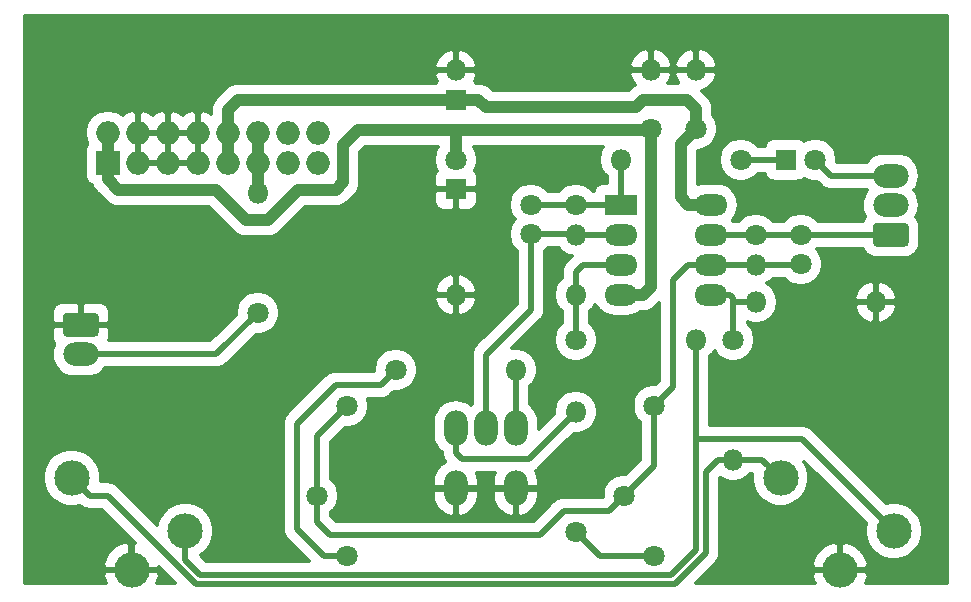
<source format=gbr>
G04 #@! TF.GenerationSoftware,KiCad,Pcbnew,5.1.6-c6e7f7d~87~ubuntu18.04.1*
G04 #@! TF.CreationDate,2020-07-14T12:11:00+09:00*
G04 #@! TF.ProjectId,pcb_main,7063625f-6d61-4696-9e2e-6b696361645f,rev?*
G04 #@! TF.SameCoordinates,PX4339790PY76b1be0*
G04 #@! TF.FileFunction,Copper,L2,Bot*
G04 #@! TF.FilePolarity,Positive*
%FSLAX46Y46*%
G04 Gerber Fmt 4.6, Leading zero omitted, Abs format (unit mm)*
G04 Created by KiCad (PCBNEW 5.1.6-c6e7f7d~87~ubuntu18.04.1) date 2020-07-14 12:11:00*
%MOMM*%
%LPD*%
G01*
G04 APERTURE LIST*
G04 #@! TA.AperFunction,ComponentPad*
%ADD10O,2.000000X3.000000*%
G04 #@! TD*
G04 #@! TA.AperFunction,ComponentPad*
%ADD11O,3.000000X3.000000*%
G04 #@! TD*
G04 #@! TA.AperFunction,ComponentPad*
%ADD12O,1.800000X1.800000*%
G04 #@! TD*
G04 #@! TA.AperFunction,ComponentPad*
%ADD13C,1.800000*%
G04 #@! TD*
G04 #@! TA.AperFunction,ComponentPad*
%ADD14O,3.000000X2.000000*%
G04 #@! TD*
G04 #@! TA.AperFunction,ComponentPad*
%ADD15R,1.800000X1.800000*%
G04 #@! TD*
G04 #@! TA.AperFunction,ComponentPad*
%ADD16R,2.000000X2.000000*%
G04 #@! TD*
G04 #@! TA.AperFunction,ComponentPad*
%ADD17O,2.000000X2.000000*%
G04 #@! TD*
G04 #@! TA.AperFunction,ComponentPad*
%ADD18R,2.800000X1.800000*%
G04 #@! TD*
G04 #@! TA.AperFunction,ComponentPad*
%ADD19O,2.800000X1.800000*%
G04 #@! TD*
G04 #@! TA.AperFunction,Conductor*
%ADD20C,0.500000*%
G04 #@! TD*
G04 #@! TA.AperFunction,Conductor*
%ADD21C,1.000000*%
G04 #@! TD*
G04 #@! TA.AperFunction,Conductor*
%ADD22C,0.300000*%
G04 #@! TD*
G04 APERTURE END LIST*
D10*
X42540000Y14080000D03*
X40000000Y14080000D03*
X37460000Y14080000D03*
X42540000Y9000000D03*
X37460000Y9000000D03*
D11*
X64950000Y9900000D03*
X74550000Y5400000D03*
X70000000Y2100000D03*
X4950000Y9900000D03*
X14550000Y5400000D03*
X10000000Y2100000D03*
D12*
X20696000Y34036000D03*
D13*
X20696000Y23876000D03*
X47620000Y5334000D03*
D12*
X47620000Y15494000D03*
G04 #@! TA.AperFunction,ComponentPad*
G36*
G01*
X75496000Y29480000D02*
X73084000Y29480000D01*
G75*
G02*
X72790000Y29774000I0J294000D01*
G01*
X72790000Y31186000D01*
G75*
G02*
X73084000Y31480000I294000J0D01*
G01*
X75496000Y31480000D01*
G75*
G02*
X75790000Y31186000I0J-294000D01*
G01*
X75790000Y29774000D01*
G75*
G02*
X75496000Y29480000I-294000J0D01*
G01*
G37*
G04 #@! TD.AperFunction*
D14*
X74290000Y32980000D03*
X74290000Y35480000D03*
D13*
X28270000Y16000000D03*
X25730000Y8380000D03*
X28270000Y3300000D03*
X54270000Y3300000D03*
X51730000Y8380000D03*
X54270000Y16000000D03*
X43810000Y33020000D03*
X43810000Y30520000D03*
X66670000Y27980000D03*
X66670000Y30480000D03*
D15*
X65400000Y36830000D03*
D13*
X67900000Y36830000D03*
X57780000Y39450000D03*
D12*
X57780000Y44450000D03*
X53970000Y44450000D03*
D13*
X53970000Y39450000D03*
D12*
X37460000Y44410000D03*
D15*
X37460000Y41910000D03*
X37460000Y34330000D03*
D13*
X37460000Y36830000D03*
D16*
X7996000Y36576000D03*
D17*
X7996000Y39116000D03*
X10536000Y36576000D03*
X10536000Y39116000D03*
X13076000Y36576000D03*
X13076000Y39116000D03*
X15616000Y36576000D03*
X15616000Y39116000D03*
X18156000Y36576000D03*
X18156000Y39116000D03*
X20696000Y36576000D03*
X20696000Y39116000D03*
X23236000Y36576000D03*
X23236000Y39116000D03*
X25776000Y36576000D03*
X25776000Y39116000D03*
G04 #@! TA.AperFunction,ComponentPad*
G36*
G01*
X4504000Y23860000D02*
X6916000Y23860000D01*
G75*
G02*
X7210000Y23566000I0J-294000D01*
G01*
X7210000Y22154000D01*
G75*
G02*
X6916000Y21860000I-294000J0D01*
G01*
X4504000Y21860000D01*
G75*
G02*
X4210000Y22154000I0J294000D01*
G01*
X4210000Y23566000D01*
G75*
G02*
X4504000Y23860000I294000J0D01*
G01*
G37*
G04 #@! TD.AperFunction*
D14*
X5710000Y20360000D03*
D13*
X47620000Y21590000D03*
D12*
X57780000Y21590000D03*
X60955000Y11430000D03*
D13*
X60955000Y21590000D03*
D12*
X47620000Y25400000D03*
X37460000Y25400000D03*
X73020000Y24765000D03*
X62860000Y24765000D03*
X42540000Y19050000D03*
D13*
X32380000Y19050000D03*
X47620000Y33020000D03*
D12*
X47620000Y30480000D03*
X62860000Y27940000D03*
D13*
X62860000Y30480000D03*
X61590000Y36830000D03*
D12*
X51430000Y36830000D03*
D18*
X51430000Y33020000D03*
D19*
X59050000Y25400000D03*
X51430000Y30480000D03*
X59050000Y27940000D03*
X51430000Y27940000D03*
X59050000Y30480000D03*
X51430000Y25400000D03*
X59050000Y33020000D03*
D20*
X51430000Y33020000D02*
X47620000Y33020000D01*
X47620000Y33020000D02*
X43810000Y33020000D01*
X51430000Y33020000D02*
X51430000Y36830000D01*
X47580000Y30520000D02*
X47620000Y30480000D01*
X43810000Y30520000D02*
X47580000Y30520000D01*
X47620000Y30480000D02*
X51430000Y30480000D01*
X43810000Y24130000D02*
X43810000Y30520000D01*
X40000000Y20320000D02*
X43810000Y24130000D01*
X40000000Y14080000D02*
X40000000Y20320000D01*
X59050000Y27940000D02*
X62860000Y27940000D01*
X66630000Y27940000D02*
X66670000Y27980000D01*
X62860000Y27940000D02*
X66630000Y27940000D01*
X54270000Y10920000D02*
X51730000Y8380000D01*
X54270000Y16000000D02*
X54270000Y10920000D01*
X55875000Y17605000D02*
X54270000Y16000000D01*
X55875000Y26670000D02*
X55875000Y17605000D01*
X57145000Y27940000D02*
X55875000Y26670000D01*
X59050000Y27940000D02*
X57145000Y27940000D01*
X25730000Y8380000D02*
X25730000Y13460000D01*
X25730000Y13460000D02*
X28270000Y16000000D01*
X25730000Y6142000D02*
X25730000Y8380000D01*
X46608000Y7112000D02*
X44576000Y5080000D01*
X26792000Y5080000D02*
X25730000Y6142000D01*
X44576000Y5080000D02*
X26792000Y5080000D01*
X50462000Y7112000D02*
X46608000Y7112000D01*
X51730000Y8380000D02*
X50462000Y7112000D01*
X59050000Y30480000D02*
X62860000Y30480000D01*
X62860000Y30480000D02*
X66670000Y30480000D01*
X74290000Y30480000D02*
X66670000Y30480000D01*
X61590000Y36830000D02*
X65400000Y36830000D01*
X69250000Y35480000D02*
X74290000Y35480000D01*
X67900000Y36830000D02*
X69250000Y35480000D01*
D21*
X18156000Y39116000D02*
X18156000Y36576000D01*
X37460000Y41910000D02*
X19045000Y41910000D01*
X18156000Y41021000D02*
X18156000Y39116000D01*
X19045000Y41910000D02*
X18156000Y41021000D01*
X56510000Y38180000D02*
X56510000Y33655000D01*
X57780000Y39450000D02*
X56510000Y38180000D01*
X57145000Y33020000D02*
X59050000Y33020000D01*
X56510000Y33655000D02*
X57145000Y33020000D01*
X57780000Y41148000D02*
X57780000Y39450000D01*
X57018000Y41910000D02*
X57780000Y41148000D01*
X53335000Y41910000D02*
X57018000Y41910000D01*
X40000000Y41275000D02*
X52700000Y41275000D01*
X37460000Y41910000D02*
X39365000Y41910000D01*
X39365000Y41910000D02*
X40000000Y41275000D01*
X52700000Y41275000D02*
X53335000Y41910000D01*
X7996000Y39116000D02*
X7996000Y36576000D01*
X53970000Y26035000D02*
X53970000Y39370000D01*
X51430000Y25400000D02*
X53335000Y25400000D01*
X53335000Y25400000D02*
X53970000Y26035000D01*
X37460000Y39370000D02*
X37460000Y36830000D01*
X53970000Y39370000D02*
X37460000Y39370000D01*
X8885000Y34290000D02*
X7996000Y35179000D01*
X17140000Y34290000D02*
X8885000Y34290000D01*
X19680000Y31750000D02*
X17140000Y34290000D01*
X7996000Y35179000D02*
X7996000Y36576000D01*
X24125000Y34290000D02*
X21585000Y31750000D01*
X27935000Y38100000D02*
X27935000Y34925000D01*
X27300000Y34290000D02*
X24125000Y34290000D01*
X21585000Y31750000D02*
X19680000Y31750000D01*
X27935000Y34925000D02*
X27300000Y34290000D01*
X29205000Y39370000D02*
X27935000Y38100000D01*
X37460000Y39370000D02*
X29205000Y39370000D01*
D20*
X57780000Y21590000D02*
X57780000Y13970000D01*
X14550000Y2971000D02*
X14550000Y5400000D01*
X55659011Y1689011D02*
X15831989Y1689011D01*
X57780000Y3810000D02*
X55659011Y1689011D01*
X15831989Y1689011D02*
X14550000Y2971000D01*
X57780000Y13970000D02*
X57780000Y3810000D01*
X66742000Y13208000D02*
X57780000Y13208000D01*
X74550000Y5400000D02*
X66742000Y13208000D01*
X64950000Y9900000D02*
X63420000Y11430000D01*
X63420000Y11430000D02*
X60955000Y11430000D01*
X6449999Y8400001D02*
X4950000Y9900000D01*
X7977999Y8400001D02*
X6449999Y8400001D01*
X15489000Y889000D02*
X7977999Y8400001D01*
X55990386Y889000D02*
X15489000Y889000D01*
X58605500Y3504114D02*
X55990386Y889000D01*
X58605500Y10350500D02*
X58605500Y3504114D01*
X59685000Y11430000D02*
X58605500Y10350500D01*
X60955000Y11430000D02*
X59685000Y11430000D01*
D21*
X20696000Y39116000D02*
X20696000Y36576000D01*
X20696000Y36576000D02*
X20696000Y34036000D01*
D20*
X47620000Y25400000D02*
X47620000Y27305000D01*
X48255000Y27940000D02*
X51430000Y27940000D01*
X47620000Y27305000D02*
X48255000Y27940000D01*
X47620000Y25400000D02*
X47620000Y21590000D01*
X62860000Y24765000D02*
X61590000Y24765000D01*
X61590000Y24765000D02*
X60955000Y24765000D01*
X60955000Y21590000D02*
X60955000Y24765000D01*
X60637500Y25400000D02*
X59050000Y25400000D01*
X60955000Y25082500D02*
X60637500Y25400000D01*
X60955000Y24765000D02*
X60955000Y25082500D01*
X47620000Y15494000D02*
X43626000Y11500000D01*
X43626000Y11500000D02*
X38000000Y11500000D01*
X37460000Y12040000D02*
X37460000Y14080000D01*
X38000000Y11500000D02*
X37460000Y12040000D01*
X42540000Y14080000D02*
X42540000Y19050000D01*
X49654000Y3300000D02*
X47620000Y5334000D01*
X54270000Y3300000D02*
X49654000Y3300000D01*
X26286000Y3300000D02*
X28270000Y3300000D01*
X32380000Y19050000D02*
X31110000Y17780000D01*
X23998000Y14478000D02*
X23998000Y5588000D01*
X23998000Y5588000D02*
X26286000Y3300000D01*
X27300000Y17780000D02*
X23998000Y14478000D01*
X31110000Y17780000D02*
X27300000Y17780000D01*
X17180000Y20360000D02*
X20696000Y23876000D01*
X5710000Y20360000D02*
X17180000Y20360000D01*
D22*
G36*
X79025000Y975000D02*
G01*
X72163282Y975000D01*
X72264966Y1165951D01*
X72402176Y1618286D01*
X72210239Y2000000D01*
X70100000Y2000000D01*
X70100000Y1980000D01*
X69900000Y1980000D01*
X69900000Y2000000D01*
X67789761Y2000000D01*
X67597824Y1618286D01*
X67735034Y1165951D01*
X67836718Y975000D01*
X57773442Y975000D01*
X59380156Y2581714D01*
X67597824Y2581714D01*
X67789761Y2200000D01*
X69900000Y2200000D01*
X69900000Y4310461D01*
X70100000Y4310461D01*
X70100000Y2200000D01*
X72210239Y2200000D01*
X72402176Y2581714D01*
X72264966Y3034049D01*
X72039221Y3457974D01*
X71735110Y3829713D01*
X71364320Y4134980D01*
X70941100Y4362044D01*
X70481714Y4502179D01*
X70100000Y4310461D01*
X69900000Y4310461D01*
X69518286Y4502179D01*
X69058900Y4362044D01*
X68635680Y4134980D01*
X68264890Y3829713D01*
X67960779Y3457974D01*
X67735034Y3034049D01*
X67597824Y2581714D01*
X59380156Y2581714D01*
X59412340Y2613898D01*
X59458134Y2651480D01*
X59608091Y2834204D01*
X59719519Y3042672D01*
X59788137Y3268873D01*
X59805500Y3445164D01*
X59811306Y3504114D01*
X59805500Y3563064D01*
X59805500Y9853444D01*
X59877226Y9925170D01*
X60078697Y9790552D01*
X60415375Y9651095D01*
X60772791Y9580000D01*
X61137209Y9580000D01*
X61494625Y9651095D01*
X61831303Y9790552D01*
X62134306Y9993011D01*
X62371295Y10230000D01*
X62517643Y10230000D01*
X62500000Y10141304D01*
X62500000Y9658696D01*
X62594152Y9185361D01*
X62778838Y8739490D01*
X63046960Y8338216D01*
X63388216Y7996960D01*
X63789490Y7728838D01*
X64235361Y7544152D01*
X64708696Y7450000D01*
X65191304Y7450000D01*
X65664639Y7544152D01*
X66110510Y7728838D01*
X66511784Y7996960D01*
X66853040Y8338216D01*
X67121162Y8739490D01*
X67305848Y9185361D01*
X67400000Y9658696D01*
X67400000Y10141304D01*
X67305848Y10614639D01*
X67121162Y11060510D01*
X66977645Y11275299D01*
X72184886Y6068058D01*
X72100000Y5641304D01*
X72100000Y5158696D01*
X72194152Y4685361D01*
X72378838Y4239490D01*
X72646960Y3838216D01*
X72988216Y3496960D01*
X73389490Y3228838D01*
X73835361Y3044152D01*
X74308696Y2950000D01*
X74791304Y2950000D01*
X75264639Y3044152D01*
X75710510Y3228838D01*
X76111784Y3496960D01*
X76453040Y3838216D01*
X76721162Y4239490D01*
X76905848Y4685361D01*
X77000000Y5158696D01*
X77000000Y5641304D01*
X76905848Y6114639D01*
X76721162Y6560510D01*
X76453040Y6961784D01*
X76111784Y7303040D01*
X75710510Y7571162D01*
X75264639Y7755848D01*
X74791304Y7850000D01*
X74308696Y7850000D01*
X73881942Y7765114D01*
X67632216Y14014840D01*
X67594634Y14060634D01*
X67411910Y14210591D01*
X67203442Y14322019D01*
X66977241Y14390637D01*
X66800950Y14408000D01*
X66800947Y14408000D01*
X66742000Y14413806D01*
X66683053Y14408000D01*
X58980000Y14408000D01*
X58980000Y20173705D01*
X59216989Y20410694D01*
X59367500Y20635951D01*
X59518011Y20410694D01*
X59775694Y20153011D01*
X60078697Y19950552D01*
X60415375Y19811095D01*
X60772791Y19740000D01*
X61137209Y19740000D01*
X61494625Y19811095D01*
X61831303Y19950552D01*
X62134306Y20153011D01*
X62391989Y20410694D01*
X62594448Y20713697D01*
X62733905Y21050375D01*
X62805000Y21407791D01*
X62805000Y21772209D01*
X62733905Y22129625D01*
X62594448Y22466303D01*
X62391989Y22769306D01*
X62155000Y23006295D01*
X62155000Y23054596D01*
X62320375Y22986095D01*
X62677791Y22915000D01*
X63042209Y22915000D01*
X63399625Y22986095D01*
X63736303Y23125552D01*
X64039306Y23328011D01*
X64296989Y23585694D01*
X64499448Y23888697D01*
X64638905Y24225375D01*
X64669115Y24377251D01*
X71211092Y24377251D01*
X71300523Y24082426D01*
X71466726Y23760088D01*
X71692620Y23476368D01*
X71969525Y23242170D01*
X72286799Y23066493D01*
X72632250Y22956089D01*
X72920000Y23155202D01*
X72920000Y24665000D01*
X73120000Y24665000D01*
X73120000Y23155202D01*
X73407750Y22956089D01*
X73753201Y23066493D01*
X74070475Y23242170D01*
X74347380Y23476368D01*
X74573274Y23760088D01*
X74739477Y24082426D01*
X74828908Y24377251D01*
X74629396Y24665000D01*
X73120000Y24665000D01*
X72920000Y24665000D01*
X71410604Y24665000D01*
X71211092Y24377251D01*
X64669115Y24377251D01*
X64710000Y24582791D01*
X64710000Y24947209D01*
X64669116Y25152749D01*
X71211092Y25152749D01*
X71410604Y24865000D01*
X72920000Y24865000D01*
X72920000Y26374798D01*
X73120000Y26374798D01*
X73120000Y24865000D01*
X74629396Y24865000D01*
X74828908Y25152749D01*
X74739477Y25447574D01*
X74573274Y25769912D01*
X74347380Y26053632D01*
X74070475Y26287830D01*
X73753201Y26463507D01*
X73407750Y26573911D01*
X73120000Y26374798D01*
X72920000Y26374798D01*
X72632250Y26573911D01*
X72286799Y26463507D01*
X71969525Y26287830D01*
X71692620Y26053632D01*
X71466726Y25769912D01*
X71300523Y25447574D01*
X71211092Y25152749D01*
X64669116Y25152749D01*
X64638905Y25304625D01*
X64499448Y25641303D01*
X64296989Y25944306D01*
X64039306Y26201989D01*
X63814049Y26352500D01*
X64039306Y26503011D01*
X64276295Y26740000D01*
X65293705Y26740000D01*
X65490694Y26543011D01*
X65793697Y26340552D01*
X66130375Y26201095D01*
X66487791Y26130000D01*
X66852209Y26130000D01*
X67209625Y26201095D01*
X67546303Y26340552D01*
X67849306Y26543011D01*
X68106989Y26800694D01*
X68309448Y27103697D01*
X68448905Y27440375D01*
X68520000Y27797791D01*
X68520000Y28162209D01*
X68448905Y28519625D01*
X68309448Y28856303D01*
X68106989Y29159306D01*
X68036295Y29230000D01*
X68086295Y29280000D01*
X71939098Y29280000D01*
X72045830Y29080317D01*
X72201109Y28891109D01*
X72390317Y28735830D01*
X72606183Y28620448D01*
X72840411Y28549395D01*
X73084000Y28525404D01*
X75496000Y28525404D01*
X75739589Y28549395D01*
X75973817Y28620448D01*
X76189683Y28735830D01*
X76378891Y28891109D01*
X76534170Y29080317D01*
X76649552Y29296183D01*
X76720605Y29530411D01*
X76744596Y29774000D01*
X76744596Y31186000D01*
X76720605Y31429589D01*
X76649552Y31663817D01*
X76534170Y31879683D01*
X76460761Y31969132D01*
X76600282Y32230157D01*
X76711785Y32597733D01*
X76749435Y32980000D01*
X76711785Y33362267D01*
X76600282Y33729843D01*
X76419211Y34068604D01*
X76286757Y34230000D01*
X76419211Y34391396D01*
X76600282Y34730157D01*
X76711785Y35097733D01*
X76749435Y35480000D01*
X76711785Y35862267D01*
X76600282Y36229843D01*
X76419211Y36568604D01*
X76175530Y36865530D01*
X75878604Y37109211D01*
X75539843Y37290282D01*
X75172267Y37401785D01*
X74885795Y37430000D01*
X73694205Y37430000D01*
X73407733Y37401785D01*
X73040157Y37290282D01*
X72701396Y37109211D01*
X72404470Y36865530D01*
X72252209Y36680000D01*
X69750000Y36680000D01*
X69750000Y37012209D01*
X69678905Y37369625D01*
X69539448Y37706303D01*
X69336989Y38009306D01*
X69079306Y38266989D01*
X68776303Y38469448D01*
X68439625Y38608905D01*
X68082209Y38680000D01*
X67717791Y38680000D01*
X67360375Y38608905D01*
X67023697Y38469448D01*
X66953569Y38422590D01*
X66830345Y38523718D01*
X66665308Y38611932D01*
X66486232Y38666254D01*
X66300000Y38684596D01*
X64500000Y38684596D01*
X64313768Y38666254D01*
X64134692Y38611932D01*
X63969655Y38523718D01*
X63824999Y38405001D01*
X63706282Y38260345D01*
X63618068Y38095308D01*
X63598257Y38030000D01*
X63006295Y38030000D01*
X62769306Y38266989D01*
X62466303Y38469448D01*
X62129625Y38608905D01*
X61772209Y38680000D01*
X61407791Y38680000D01*
X61050375Y38608905D01*
X60713697Y38469448D01*
X60410694Y38266989D01*
X60153011Y38009306D01*
X59950552Y37706303D01*
X59811095Y37369625D01*
X59740000Y37012209D01*
X59740000Y36647791D01*
X59811095Y36290375D01*
X59950552Y35953697D01*
X60153011Y35650694D01*
X60410694Y35393011D01*
X60713697Y35190552D01*
X61050375Y35051095D01*
X61407791Y34980000D01*
X61772209Y34980000D01*
X62129625Y35051095D01*
X62466303Y35190552D01*
X62769306Y35393011D01*
X63006295Y35630000D01*
X63598257Y35630000D01*
X63618068Y35564692D01*
X63706282Y35399655D01*
X63824999Y35254999D01*
X63969655Y35136282D01*
X64134692Y35048068D01*
X64313768Y34993746D01*
X64500000Y34975404D01*
X66300000Y34975404D01*
X66486232Y34993746D01*
X66665308Y35048068D01*
X66830345Y35136282D01*
X66953569Y35237410D01*
X67023697Y35190552D01*
X67360375Y35051095D01*
X67717791Y34980000D01*
X68052944Y34980000D01*
X68359784Y34673160D01*
X68397366Y34627366D01*
X68580090Y34477409D01*
X68788558Y34365981D01*
X69014759Y34297363D01*
X69191050Y34280000D01*
X69191052Y34280000D01*
X69249999Y34274194D01*
X69308946Y34280000D01*
X72252209Y34280000D01*
X72293243Y34230000D01*
X72160789Y34068604D01*
X71979718Y33729843D01*
X71868215Y33362267D01*
X71830565Y32980000D01*
X71868215Y32597733D01*
X71979718Y32230157D01*
X72119239Y31969132D01*
X72045830Y31879683D01*
X71939098Y31680000D01*
X68086295Y31680000D01*
X67849306Y31916989D01*
X67546303Y32119448D01*
X67209625Y32258905D01*
X66852209Y32330000D01*
X66487791Y32330000D01*
X66130375Y32258905D01*
X65793697Y32119448D01*
X65490694Y31916989D01*
X65253705Y31680000D01*
X64276295Y31680000D01*
X64039306Y31916989D01*
X63736303Y32119448D01*
X63399625Y32258905D01*
X63042209Y32330000D01*
X62677791Y32330000D01*
X62320375Y32258905D01*
X61983697Y32119448D01*
X61680694Y31916989D01*
X61443705Y31680000D01*
X60958426Y31680000D01*
X60900978Y31750000D01*
X61095661Y31987222D01*
X61267447Y32308610D01*
X61373232Y32657337D01*
X61408951Y33020000D01*
X61373232Y33382663D01*
X61267447Y33731390D01*
X61095661Y34052778D01*
X60864477Y34334477D01*
X60582778Y34565661D01*
X60261390Y34737447D01*
X59912663Y34843232D01*
X59640882Y34870000D01*
X58459118Y34870000D01*
X58187337Y34843232D01*
X57960000Y34774270D01*
X57960000Y37579391D01*
X57985178Y37604569D01*
X58319625Y37671095D01*
X58656303Y37810552D01*
X58959306Y38013011D01*
X59216989Y38270694D01*
X59419448Y38573697D01*
X59558905Y38910375D01*
X59630000Y39267791D01*
X59630000Y39632209D01*
X59558905Y39989625D01*
X59419448Y40326303D01*
X59230000Y40609834D01*
X59230000Y41076783D01*
X59237014Y41148000D01*
X59230000Y41219217D01*
X59230000Y41219225D01*
X59209019Y41432250D01*
X59126106Y41705576D01*
X58991464Y41957474D01*
X58810264Y42178265D01*
X58754939Y42223669D01*
X58298005Y42680603D01*
X58462574Y42730523D01*
X58784912Y42896726D01*
X59068632Y43122620D01*
X59302830Y43399525D01*
X59478507Y43716799D01*
X59588911Y44062250D01*
X59389798Y44350000D01*
X57880000Y44350000D01*
X57880000Y44330000D01*
X57680000Y44330000D01*
X57680000Y44350000D01*
X56170202Y44350000D01*
X55971089Y44062250D01*
X56081493Y43716799D01*
X56257170Y43399525D01*
X56290599Y43360000D01*
X55459401Y43360000D01*
X55492830Y43399525D01*
X55668507Y43716799D01*
X55778911Y44062250D01*
X55579798Y44350000D01*
X54070000Y44350000D01*
X54070000Y44330000D01*
X53870000Y44330000D01*
X53870000Y44350000D01*
X52360202Y44350000D01*
X52161089Y44062250D01*
X52271493Y43716799D01*
X52447170Y43399525D01*
X52633523Y43179190D01*
X52525526Y43121464D01*
X52304735Y42940265D01*
X52259326Y42884934D01*
X52099392Y42725000D01*
X40600609Y42725000D01*
X40440671Y42884938D01*
X40395265Y42940265D01*
X40174474Y43121464D01*
X39922576Y43256106D01*
X39649250Y43339019D01*
X39436225Y43360000D01*
X39436215Y43360000D01*
X39365000Y43367014D01*
X39293785Y43360000D01*
X39137587Y43360000D01*
X39045335Y43472409D01*
X39158507Y43676799D01*
X39268911Y44022250D01*
X39069798Y44310000D01*
X37560000Y44310000D01*
X37560000Y44290000D01*
X37360000Y44290000D01*
X37360000Y44310000D01*
X35850202Y44310000D01*
X35651089Y44022250D01*
X35761493Y43676799D01*
X35874665Y43472409D01*
X35782413Y43360000D01*
X19116217Y43360000D01*
X19045000Y43367014D01*
X18973783Y43360000D01*
X18973775Y43360000D01*
X18760750Y43339019D01*
X18487424Y43256106D01*
X18235526Y43121464D01*
X18014735Y42940265D01*
X17969330Y42884939D01*
X17181057Y42096666D01*
X17125735Y42051264D01*
X16944536Y41830473D01*
X16809894Y41578575D01*
X16726981Y41305249D01*
X16706000Y41092224D01*
X16706000Y41092215D01*
X16698986Y41021000D01*
X16706000Y40949785D01*
X16706000Y40729286D01*
X16679772Y40750288D01*
X16340498Y40926417D01*
X16019415Y41023814D01*
X15716000Y40825578D01*
X15716000Y39216000D01*
X15736000Y39216000D01*
X15736000Y39016000D01*
X15716000Y39016000D01*
X15716000Y36676000D01*
X15736000Y36676000D01*
X15736000Y36476000D01*
X15716000Y36476000D01*
X15716000Y36456000D01*
X15516000Y36456000D01*
X15516000Y36476000D01*
X13176000Y36476000D01*
X13176000Y36456000D01*
X12976000Y36456000D01*
X12976000Y36476000D01*
X10636000Y36476000D01*
X10636000Y36456000D01*
X10436000Y36456000D01*
X10436000Y36476000D01*
X10416000Y36476000D01*
X10416000Y36676000D01*
X10436000Y36676000D01*
X10436000Y39016000D01*
X10636000Y39016000D01*
X10636000Y36676000D01*
X12976000Y36676000D01*
X12976000Y39016000D01*
X13176000Y39016000D01*
X13176000Y36676000D01*
X15516000Y36676000D01*
X15516000Y39016000D01*
X13176000Y39016000D01*
X12976000Y39016000D01*
X10636000Y39016000D01*
X10436000Y39016000D01*
X10416000Y39016000D01*
X10416000Y39216000D01*
X10436000Y39216000D01*
X10436000Y40825578D01*
X10636000Y40825578D01*
X10636000Y39216000D01*
X12976000Y39216000D01*
X12976000Y40825578D01*
X13176000Y40825578D01*
X13176000Y39216000D01*
X15516000Y39216000D01*
X15516000Y40825578D01*
X15212585Y41023814D01*
X14891502Y40926417D01*
X14552228Y40750288D01*
X14346000Y40585154D01*
X14139772Y40750288D01*
X13800498Y40926417D01*
X13479415Y41023814D01*
X13176000Y40825578D01*
X12976000Y40825578D01*
X12672585Y41023814D01*
X12351502Y40926417D01*
X12012228Y40750288D01*
X11806000Y40585154D01*
X11599772Y40750288D01*
X11260498Y40926417D01*
X10939415Y41023814D01*
X10636000Y40825578D01*
X10436000Y40825578D01*
X10132585Y41023814D01*
X9811502Y40926417D01*
X9472228Y40750288D01*
X9276308Y40593408D01*
X9239052Y40630664D01*
X8919671Y40844067D01*
X8564794Y40991062D01*
X8188058Y41066000D01*
X7803942Y41066000D01*
X7427206Y40991062D01*
X7072329Y40844067D01*
X6752948Y40630664D01*
X6481336Y40359052D01*
X6267933Y40039671D01*
X6120938Y39684794D01*
X6046000Y39308058D01*
X6046000Y38923942D01*
X6120938Y38547206D01*
X6267933Y38192329D01*
X6270139Y38189028D01*
X6202282Y38106345D01*
X6114068Y37941308D01*
X6059746Y37762232D01*
X6041404Y37576000D01*
X6041404Y35576000D01*
X6059746Y35389768D01*
X6114068Y35210692D01*
X6202282Y35045655D01*
X6320999Y34900999D01*
X6465655Y34782282D01*
X6627309Y34695876D01*
X6649894Y34621425D01*
X6737787Y34456989D01*
X6784536Y34369527D01*
X6908720Y34218209D01*
X6965735Y34148736D01*
X7021057Y34103334D01*
X7809330Y33315061D01*
X7854735Y33259735D01*
X8075526Y33078536D01*
X8327424Y32943894D01*
X8600750Y32860981D01*
X8813775Y32840000D01*
X8813783Y32840000D01*
X8885000Y32832986D01*
X8956217Y32840000D01*
X16539391Y32840000D01*
X18604334Y30775056D01*
X18649735Y30719735D01*
X18705055Y30674335D01*
X18705058Y30674332D01*
X18719830Y30662209D01*
X18870526Y30538536D01*
X19122424Y30403894D01*
X19395750Y30320981D01*
X19608775Y30300000D01*
X19608784Y30300000D01*
X19679999Y30292986D01*
X19751214Y30300000D01*
X21513785Y30300000D01*
X21585000Y30292986D01*
X21656215Y30300000D01*
X21656225Y30300000D01*
X21869250Y30320981D01*
X22142576Y30403894D01*
X22394474Y30538536D01*
X22615265Y30719735D01*
X22660670Y30775061D01*
X24725610Y32840000D01*
X27228785Y32840000D01*
X27300000Y32832986D01*
X27371215Y32840000D01*
X27371225Y32840000D01*
X27584250Y32860981D01*
X27857576Y32943894D01*
X28109474Y33078536D01*
X28330265Y33259735D01*
X28375671Y33315062D01*
X28490608Y33430000D01*
X35605403Y33430000D01*
X35623745Y33243767D01*
X35678067Y33064692D01*
X35766282Y32899654D01*
X35884998Y32754998D01*
X36029654Y32636282D01*
X36194692Y32548067D01*
X36373767Y32493745D01*
X36560000Y32475403D01*
X37122500Y32480000D01*
X37360000Y32717500D01*
X37360000Y34230000D01*
X37560000Y34230000D01*
X37560000Y32717500D01*
X37797500Y32480000D01*
X38360000Y32475403D01*
X38546233Y32493745D01*
X38725308Y32548067D01*
X38890346Y32636282D01*
X39035002Y32754998D01*
X39153718Y32899654D01*
X39241933Y33064692D01*
X39296255Y33243767D01*
X39314597Y33430000D01*
X39310000Y33992500D01*
X39072500Y34230000D01*
X37560000Y34230000D01*
X37360000Y34230000D01*
X35847500Y34230000D01*
X35610000Y33992500D01*
X35605403Y33430000D01*
X28490608Y33430000D01*
X28909934Y33849326D01*
X28965265Y33894735D01*
X29146464Y34115526D01*
X29281106Y34367424D01*
X29364019Y34640750D01*
X29385000Y34853775D01*
X29392015Y34925000D01*
X29385000Y34996225D01*
X29385000Y37499391D01*
X29805610Y37920000D01*
X35963339Y37920000D01*
X35820552Y37706303D01*
X35681095Y37369625D01*
X35610000Y37012209D01*
X35610000Y36647791D01*
X35681095Y36290375D01*
X35820552Y35953697D01*
X35867409Y35883570D01*
X35766282Y35760346D01*
X35678067Y35595308D01*
X35623745Y35416233D01*
X35605403Y35230000D01*
X35610000Y34667500D01*
X35847500Y34430000D01*
X37360000Y34430000D01*
X37360000Y34450000D01*
X37560000Y34450000D01*
X37560000Y34430000D01*
X39072500Y34430000D01*
X39310000Y34667500D01*
X39314597Y35230000D01*
X39296255Y35416233D01*
X39241933Y35595308D01*
X39153718Y35760346D01*
X39052591Y35883570D01*
X39099448Y35953697D01*
X39238905Y36290375D01*
X39310000Y36647791D01*
X39310000Y37012209D01*
X39238905Y37369625D01*
X39099448Y37706303D01*
X38956661Y37920000D01*
X49933339Y37920000D01*
X49790552Y37706303D01*
X49651095Y37369625D01*
X49580000Y37012209D01*
X49580000Y36647791D01*
X49651095Y36290375D01*
X49790552Y35953697D01*
X49993011Y35650694D01*
X50230001Y35413704D01*
X50230000Y34874596D01*
X50030000Y34874596D01*
X49843768Y34856254D01*
X49664692Y34801932D01*
X49499655Y34713718D01*
X49354999Y34595001D01*
X49236282Y34450345D01*
X49148068Y34285308D01*
X49128257Y34220000D01*
X49036295Y34220000D01*
X48799306Y34456989D01*
X48496303Y34659448D01*
X48159625Y34798905D01*
X47802209Y34870000D01*
X47437791Y34870000D01*
X47080375Y34798905D01*
X46743697Y34659448D01*
X46440694Y34456989D01*
X46203705Y34220000D01*
X45226295Y34220000D01*
X44989306Y34456989D01*
X44686303Y34659448D01*
X44349625Y34798905D01*
X43992209Y34870000D01*
X43627791Y34870000D01*
X43270375Y34798905D01*
X42933697Y34659448D01*
X42630694Y34456989D01*
X42373011Y34199306D01*
X42170552Y33896303D01*
X42031095Y33559625D01*
X41960000Y33202209D01*
X41960000Y32837791D01*
X42031095Y32480375D01*
X42170552Y32143697D01*
X42373011Y31840694D01*
X42443705Y31770000D01*
X42373011Y31699306D01*
X42170552Y31396303D01*
X42031095Y31059625D01*
X41960000Y30702209D01*
X41960000Y30337791D01*
X42031095Y29980375D01*
X42170552Y29643697D01*
X42373011Y29340694D01*
X42610001Y29103704D01*
X42610000Y24627056D01*
X39193155Y21210211D01*
X39147367Y21172634D01*
X39109790Y21126846D01*
X39109788Y21126844D01*
X38997409Y20989910D01*
X38885981Y20781441D01*
X38817364Y20555240D01*
X38794194Y20320000D01*
X38800001Y20261043D01*
X38800000Y16117790D01*
X38730001Y16060343D01*
X38548604Y16209211D01*
X38209843Y16390282D01*
X37842267Y16501785D01*
X37460000Y16539435D01*
X37077734Y16501785D01*
X36710158Y16390282D01*
X36371397Y16209211D01*
X36074471Y15965530D01*
X35830790Y15668604D01*
X35649718Y15329843D01*
X35538215Y14962267D01*
X35510000Y14675795D01*
X35510000Y13484206D01*
X35538215Y13197734D01*
X35649718Y12830158D01*
X35830789Y12491396D01*
X36074470Y12194470D01*
X36254830Y12046453D01*
X36254194Y12040000D01*
X36260000Y11981053D01*
X36260000Y11981051D01*
X36277363Y11804760D01*
X36335773Y11612209D01*
X36345981Y11578559D01*
X36457409Y11370090D01*
X36527353Y11284864D01*
X36572449Y11229913D01*
X36459786Y11176923D01*
X36151853Y10949569D01*
X35894192Y10666509D01*
X35696704Y10338621D01*
X35566978Y9978505D01*
X35510000Y9600000D01*
X35510000Y9100000D01*
X37360000Y9100000D01*
X37360000Y9120000D01*
X37560000Y9120000D01*
X37560000Y9100000D01*
X39410000Y9100000D01*
X39410000Y9600000D01*
X39353022Y9978505D01*
X39237209Y10300000D01*
X40762791Y10300000D01*
X40646978Y9978505D01*
X40590000Y9600000D01*
X40590000Y9100000D01*
X42440000Y9100000D01*
X42440000Y9120000D01*
X42640000Y9120000D01*
X42640000Y9100000D01*
X44490000Y9100000D01*
X44490000Y9600000D01*
X44433022Y9978505D01*
X44303296Y10338621D01*
X44229150Y10461725D01*
X44295910Y10497409D01*
X44478634Y10647366D01*
X44516216Y10693160D01*
X47467057Y13644000D01*
X47802209Y13644000D01*
X48159625Y13715095D01*
X48496303Y13854552D01*
X48799306Y14057011D01*
X49056989Y14314694D01*
X49259448Y14617697D01*
X49398905Y14954375D01*
X49470000Y15311791D01*
X49470000Y15676209D01*
X49398905Y16033625D01*
X49259448Y16370303D01*
X49056989Y16673306D01*
X48799306Y16930989D01*
X48496303Y17133448D01*
X48159625Y17272905D01*
X47802209Y17344000D01*
X47437791Y17344000D01*
X47080375Y17272905D01*
X46743697Y17133448D01*
X46440694Y16930989D01*
X46183011Y16673306D01*
X45980552Y16370303D01*
X45841095Y16033625D01*
X45770000Y15676209D01*
X45770000Y15341057D01*
X44490000Y14061056D01*
X44490000Y14675794D01*
X44461785Y14962266D01*
X44350282Y15329843D01*
X44169211Y15668604D01*
X43925530Y15965530D01*
X43740000Y16117791D01*
X43740000Y17633705D01*
X43976989Y17870694D01*
X44179448Y18173697D01*
X44318905Y18510375D01*
X44390000Y18867791D01*
X44390000Y19232209D01*
X44318905Y19589625D01*
X44179448Y19926303D01*
X43976989Y20229306D01*
X43719306Y20486989D01*
X43416303Y20689448D01*
X43079625Y20828905D01*
X42722209Y20900000D01*
X42357791Y20900000D01*
X42257009Y20879953D01*
X44616841Y23239785D01*
X44662634Y23277366D01*
X44812591Y23460090D01*
X44924019Y23668558D01*
X44992637Y23894759D01*
X45010000Y24071050D01*
X45010000Y24071051D01*
X45015806Y24130000D01*
X45010000Y24188950D01*
X45010000Y29103705D01*
X45226295Y29320000D01*
X46170111Y29320000D01*
X46183011Y29300694D01*
X46440694Y29043011D01*
X46743697Y28840552D01*
X47080375Y28701095D01*
X47279442Y28661498D01*
X46813156Y28195212D01*
X46767367Y28157634D01*
X46729790Y28111846D01*
X46729788Y28111844D01*
X46617409Y27974910D01*
X46505981Y27766441D01*
X46437364Y27540240D01*
X46414194Y27305000D01*
X46420001Y27246043D01*
X46420001Y26816296D01*
X46183011Y26579306D01*
X45980552Y26276303D01*
X45841095Y25939625D01*
X45770000Y25582209D01*
X45770000Y25217791D01*
X45841095Y24860375D01*
X45980552Y24523697D01*
X46183011Y24220694D01*
X46420000Y23983705D01*
X46420001Y23006296D01*
X46183011Y22769306D01*
X45980552Y22466303D01*
X45841095Y22129625D01*
X45770000Y21772209D01*
X45770000Y21407791D01*
X45841095Y21050375D01*
X45980552Y20713697D01*
X46183011Y20410694D01*
X46440694Y20153011D01*
X46743697Y19950552D01*
X47080375Y19811095D01*
X47437791Y19740000D01*
X47802209Y19740000D01*
X48159625Y19811095D01*
X48496303Y19950552D01*
X48799306Y20153011D01*
X49056989Y20410694D01*
X49259448Y20713697D01*
X49398905Y21050375D01*
X49470000Y21407791D01*
X49470000Y21772209D01*
X49398905Y22129625D01*
X49259448Y22466303D01*
X49056989Y22769306D01*
X48820000Y23006295D01*
X48820000Y23983705D01*
X49056989Y24220694D01*
X49259448Y24523697D01*
X49277459Y24567180D01*
X49384339Y24367222D01*
X49615523Y24085523D01*
X49897222Y23854339D01*
X50218610Y23682553D01*
X50567337Y23576768D01*
X50839118Y23550000D01*
X52020882Y23550000D01*
X52292663Y23576768D01*
X52641390Y23682553D01*
X52962778Y23854339D01*
X53079341Y23950000D01*
X53263785Y23950000D01*
X53335000Y23942986D01*
X53406215Y23950000D01*
X53406225Y23950000D01*
X53619250Y23970981D01*
X53892576Y24053894D01*
X54144474Y24188536D01*
X54365265Y24369735D01*
X54410671Y24425062D01*
X54675000Y24689392D01*
X54675001Y18102058D01*
X54422943Y17850000D01*
X54087791Y17850000D01*
X53730375Y17778905D01*
X53393697Y17639448D01*
X53090694Y17436989D01*
X52833011Y17179306D01*
X52630552Y16876303D01*
X52491095Y16539625D01*
X52420000Y16182209D01*
X52420000Y15817791D01*
X52491095Y15460375D01*
X52630552Y15123697D01*
X52833011Y14820694D01*
X53070000Y14583705D01*
X53070001Y11417057D01*
X51882944Y10230000D01*
X51547791Y10230000D01*
X51190375Y10158905D01*
X50853697Y10019448D01*
X50550694Y9816989D01*
X50293011Y9559306D01*
X50090552Y9256303D01*
X49951095Y8919625D01*
X49880000Y8562209D01*
X49880000Y8312000D01*
X46666947Y8312000D01*
X46608000Y8317806D01*
X46549053Y8312000D01*
X46549050Y8312000D01*
X46372759Y8294637D01*
X46146558Y8226019D01*
X45938089Y8114591D01*
X45801155Y8002212D01*
X45755366Y7964634D01*
X45717788Y7918845D01*
X44078944Y6280000D01*
X27289057Y6280000D01*
X26930000Y6639056D01*
X26930000Y6963705D01*
X27166989Y7200694D01*
X27369448Y7503697D01*
X27508905Y7840375D01*
X27580000Y8197791D01*
X27580000Y8562209D01*
X27512809Y8900000D01*
X35510000Y8900000D01*
X35510000Y8400000D01*
X35566978Y8021495D01*
X35696704Y7661379D01*
X35894192Y7333491D01*
X36151853Y7050431D01*
X36459786Y6823077D01*
X36806156Y6660167D01*
X37056585Y6592186D01*
X37360000Y6790422D01*
X37360000Y8900000D01*
X37560000Y8900000D01*
X37560000Y6790422D01*
X37863415Y6592186D01*
X38113844Y6660167D01*
X38460214Y6823077D01*
X38768147Y7050431D01*
X39025808Y7333491D01*
X39223296Y7661379D01*
X39353022Y8021495D01*
X39410000Y8400000D01*
X39410000Y8900000D01*
X40590000Y8900000D01*
X40590000Y8400000D01*
X40646978Y8021495D01*
X40776704Y7661379D01*
X40974192Y7333491D01*
X41231853Y7050431D01*
X41539786Y6823077D01*
X41886156Y6660167D01*
X42136585Y6592186D01*
X42440000Y6790422D01*
X42440000Y8900000D01*
X42640000Y8900000D01*
X42640000Y6790422D01*
X42943415Y6592186D01*
X43193844Y6660167D01*
X43540214Y6823077D01*
X43848147Y7050431D01*
X44105808Y7333491D01*
X44303296Y7661379D01*
X44433022Y8021495D01*
X44490000Y8400000D01*
X44490000Y8900000D01*
X42640000Y8900000D01*
X42440000Y8900000D01*
X40590000Y8900000D01*
X39410000Y8900000D01*
X37560000Y8900000D01*
X37360000Y8900000D01*
X35510000Y8900000D01*
X27512809Y8900000D01*
X27508905Y8919625D01*
X27369448Y9256303D01*
X27166989Y9559306D01*
X26930000Y9796295D01*
X26930000Y12962944D01*
X28117056Y14150000D01*
X28452209Y14150000D01*
X28809625Y14221095D01*
X29146303Y14360552D01*
X29449306Y14563011D01*
X29706989Y14820694D01*
X29909448Y15123697D01*
X30048905Y15460375D01*
X30120000Y15817791D01*
X30120000Y16182209D01*
X30048905Y16539625D01*
X30032181Y16580000D01*
X31051053Y16580000D01*
X31110000Y16574194D01*
X31168947Y16580000D01*
X31168950Y16580000D01*
X31345241Y16597363D01*
X31571442Y16665981D01*
X31779910Y16777409D01*
X31962634Y16927366D01*
X32000216Y16973160D01*
X32227056Y17200000D01*
X32562209Y17200000D01*
X32919625Y17271095D01*
X33256303Y17410552D01*
X33559306Y17613011D01*
X33816989Y17870694D01*
X34019448Y18173697D01*
X34158905Y18510375D01*
X34230000Y18867791D01*
X34230000Y19232209D01*
X34158905Y19589625D01*
X34019448Y19926303D01*
X33816989Y20229306D01*
X33559306Y20486989D01*
X33256303Y20689448D01*
X32919625Y20828905D01*
X32562209Y20900000D01*
X32197791Y20900000D01*
X31840375Y20828905D01*
X31503697Y20689448D01*
X31200694Y20486989D01*
X30943011Y20229306D01*
X30740552Y19926303D01*
X30601095Y19589625D01*
X30530000Y19232209D01*
X30530000Y18980000D01*
X27358946Y18980000D01*
X27299999Y18985806D01*
X27241052Y18980000D01*
X27241050Y18980000D01*
X27064759Y18962637D01*
X26838558Y18894019D01*
X26630089Y18782591D01*
X26566969Y18730789D01*
X26447366Y18632634D01*
X26409784Y18586840D01*
X23191160Y15368216D01*
X23145366Y15330634D01*
X23065353Y15233136D01*
X22995409Y15147910D01*
X22995119Y15147367D01*
X22883981Y14939441D01*
X22815363Y14713240D01*
X22808141Y14639910D01*
X22792194Y14478000D01*
X22798000Y14419053D01*
X22798001Y5646957D01*
X22792194Y5588000D01*
X22803611Y5472090D01*
X22815364Y5352759D01*
X22834594Y5289366D01*
X22883981Y5126559D01*
X22995409Y4918090D01*
X23107788Y4781156D01*
X23145367Y4735366D01*
X23191155Y4697789D01*
X24999933Y2889011D01*
X16329045Y2889011D01*
X15877583Y3340473D01*
X16111784Y3496960D01*
X16453040Y3838216D01*
X16721162Y4239490D01*
X16905848Y4685361D01*
X17000000Y5158696D01*
X17000000Y5641304D01*
X16905848Y6114639D01*
X16721162Y6560510D01*
X16453040Y6961784D01*
X16111784Y7303040D01*
X15710510Y7571162D01*
X15264639Y7755848D01*
X14791304Y7850000D01*
X14308696Y7850000D01*
X13835361Y7755848D01*
X13389490Y7571162D01*
X12988216Y7303040D01*
X12646960Y6961784D01*
X12378838Y6560510D01*
X12194152Y6114639D01*
X12155373Y5919683D01*
X8868215Y9206841D01*
X8830633Y9252635D01*
X8647909Y9402592D01*
X8439441Y9514020D01*
X8213240Y9582638D01*
X8036949Y9600001D01*
X8036946Y9600001D01*
X7977999Y9605807D01*
X7919052Y9600001D01*
X7388325Y9600001D01*
X7400000Y9658696D01*
X7400000Y10141304D01*
X7305848Y10614639D01*
X7121162Y11060510D01*
X6853040Y11461784D01*
X6511784Y11803040D01*
X6110510Y12071162D01*
X5664639Y12255848D01*
X5191304Y12350000D01*
X4708696Y12350000D01*
X4235361Y12255848D01*
X3789490Y12071162D01*
X3388216Y11803040D01*
X3046960Y11461784D01*
X2778838Y11060510D01*
X2594152Y10614639D01*
X2500000Y10141304D01*
X2500000Y9658696D01*
X2594152Y9185361D01*
X2778838Y8739490D01*
X3046960Y8338216D01*
X3388216Y7996960D01*
X3789490Y7728838D01*
X4235361Y7544152D01*
X4708696Y7450000D01*
X5191304Y7450000D01*
X5613643Y7534008D01*
X5643153Y7509790D01*
X5643154Y7509789D01*
X5780088Y7397410D01*
X5988557Y7285982D01*
X6214758Y7217364D01*
X6391049Y7200001D01*
X6391052Y7200001D01*
X6449999Y7194195D01*
X6508946Y7200001D01*
X7480943Y7200001D01*
X10280051Y4400893D01*
X10100000Y4310461D01*
X10100000Y2200000D01*
X12210239Y2200000D01*
X12300814Y2380130D01*
X13705944Y975000D01*
X12163282Y975000D01*
X12264966Y1165951D01*
X12402176Y1618286D01*
X12210239Y2000000D01*
X10100000Y2000000D01*
X10100000Y1980000D01*
X9900000Y1980000D01*
X9900000Y2000000D01*
X7789761Y2000000D01*
X7597824Y1618286D01*
X7735034Y1165951D01*
X7836718Y975000D01*
X975000Y975000D01*
X975000Y2581714D01*
X7597824Y2581714D01*
X7789761Y2200000D01*
X9900000Y2200000D01*
X9900000Y4310461D01*
X9518286Y4502179D01*
X9058900Y4362044D01*
X8635680Y4134980D01*
X8264890Y3829713D01*
X7960779Y3457974D01*
X7735034Y3034049D01*
X7597824Y2581714D01*
X975000Y2581714D01*
X975000Y20360000D01*
X3250565Y20360000D01*
X3288215Y19977733D01*
X3399718Y19610157D01*
X3580789Y19271396D01*
X3824470Y18974470D01*
X4121396Y18730789D01*
X4460157Y18549718D01*
X4827733Y18438215D01*
X5114205Y18410000D01*
X6305795Y18410000D01*
X6592267Y18438215D01*
X6959843Y18549718D01*
X7298604Y18730789D01*
X7595530Y18974470D01*
X7747791Y19160000D01*
X17121053Y19160000D01*
X17180000Y19154194D01*
X17238947Y19160000D01*
X17238950Y19160000D01*
X17415241Y19177363D01*
X17641442Y19245981D01*
X17849910Y19357409D01*
X18032634Y19507366D01*
X18070216Y19553160D01*
X20543057Y22026000D01*
X20878209Y22026000D01*
X21235625Y22097095D01*
X21572303Y22236552D01*
X21875306Y22439011D01*
X22132989Y22696694D01*
X22335448Y22999697D01*
X22474905Y23336375D01*
X22546000Y23693791D01*
X22546000Y24058209D01*
X22474905Y24415625D01*
X22335448Y24752303D01*
X22161758Y25012251D01*
X35651092Y25012251D01*
X35740523Y24717426D01*
X35906726Y24395088D01*
X36132620Y24111368D01*
X36409525Y23877170D01*
X36726799Y23701493D01*
X37072250Y23591089D01*
X37360000Y23790202D01*
X37360000Y25300000D01*
X37560000Y25300000D01*
X37560000Y23790202D01*
X37847750Y23591089D01*
X38193201Y23701493D01*
X38510475Y23877170D01*
X38787380Y24111368D01*
X39013274Y24395088D01*
X39179477Y24717426D01*
X39268908Y25012251D01*
X39069396Y25300000D01*
X37560000Y25300000D01*
X37360000Y25300000D01*
X35850604Y25300000D01*
X35651092Y25012251D01*
X22161758Y25012251D01*
X22132989Y25055306D01*
X21875306Y25312989D01*
X21572303Y25515448D01*
X21235625Y25654905D01*
X20878209Y25726000D01*
X20513791Y25726000D01*
X20156375Y25654905D01*
X19819697Y25515448D01*
X19516694Y25312989D01*
X19259011Y25055306D01*
X19056552Y24752303D01*
X18917095Y24415625D01*
X18846000Y24058209D01*
X18846000Y23723057D01*
X16682944Y21560000D01*
X8111744Y21560000D01*
X8146255Y21673767D01*
X8164597Y21860000D01*
X8160000Y22522500D01*
X7922500Y22760000D01*
X5810000Y22760000D01*
X5810000Y22740000D01*
X5610000Y22740000D01*
X5610000Y22760000D01*
X3497500Y22760000D01*
X3260000Y22522500D01*
X3255403Y21860000D01*
X3273745Y21673767D01*
X3328067Y21494692D01*
X3416282Y21329654D01*
X3477402Y21255179D01*
X3399718Y21109843D01*
X3288215Y20742267D01*
X3250565Y20360000D01*
X975000Y20360000D01*
X975000Y23860000D01*
X3255403Y23860000D01*
X3260000Y23197500D01*
X3497500Y22960000D01*
X5610000Y22960000D01*
X5610000Y24572500D01*
X5810000Y24572500D01*
X5810000Y22960000D01*
X7922500Y22960000D01*
X8160000Y23197500D01*
X8164597Y23860000D01*
X8146255Y24046233D01*
X8091933Y24225308D01*
X8003718Y24390346D01*
X7885002Y24535002D01*
X7740346Y24653718D01*
X7575308Y24741933D01*
X7396233Y24796255D01*
X7210000Y24814597D01*
X6047500Y24810000D01*
X5810000Y24572500D01*
X5610000Y24572500D01*
X5372500Y24810000D01*
X4210000Y24814597D01*
X4023767Y24796255D01*
X3844692Y24741933D01*
X3679654Y24653718D01*
X3534998Y24535002D01*
X3416282Y24390346D01*
X3328067Y24225308D01*
X3273745Y24046233D01*
X3255403Y23860000D01*
X975000Y23860000D01*
X975000Y25787749D01*
X35651092Y25787749D01*
X35850604Y25500000D01*
X37360000Y25500000D01*
X37360000Y27009798D01*
X37560000Y27009798D01*
X37560000Y25500000D01*
X39069396Y25500000D01*
X39268908Y25787749D01*
X39179477Y26082574D01*
X39013274Y26404912D01*
X38787380Y26688632D01*
X38510475Y26922830D01*
X38193201Y27098507D01*
X37847750Y27208911D01*
X37560000Y27009798D01*
X37360000Y27009798D01*
X37072250Y27208911D01*
X36726799Y27098507D01*
X36409525Y26922830D01*
X36132620Y26688632D01*
X35906726Y26404912D01*
X35740523Y26082574D01*
X35651092Y25787749D01*
X975000Y25787749D01*
X975000Y44797750D01*
X35651089Y44797750D01*
X35850202Y44510000D01*
X37360000Y44510000D01*
X37360000Y46019396D01*
X37560000Y46019396D01*
X37560000Y44510000D01*
X39069798Y44510000D01*
X39268911Y44797750D01*
X39256128Y44837750D01*
X52161089Y44837750D01*
X52360202Y44550000D01*
X53870000Y44550000D01*
X53870000Y46059396D01*
X54070000Y46059396D01*
X54070000Y44550000D01*
X55579798Y44550000D01*
X55778911Y44837750D01*
X55971089Y44837750D01*
X56170202Y44550000D01*
X57680000Y44550000D01*
X57680000Y46059396D01*
X57880000Y46059396D01*
X57880000Y44550000D01*
X59389798Y44550000D01*
X59588911Y44837750D01*
X59478507Y45183201D01*
X59302830Y45500475D01*
X59068632Y45777380D01*
X58784912Y46003274D01*
X58462574Y46169477D01*
X58167749Y46258908D01*
X57880000Y46059396D01*
X57680000Y46059396D01*
X57392251Y46258908D01*
X57097426Y46169477D01*
X56775088Y46003274D01*
X56491368Y45777380D01*
X56257170Y45500475D01*
X56081493Y45183201D01*
X55971089Y44837750D01*
X55778911Y44837750D01*
X55668507Y45183201D01*
X55492830Y45500475D01*
X55258632Y45777380D01*
X54974912Y46003274D01*
X54652574Y46169477D01*
X54357749Y46258908D01*
X54070000Y46059396D01*
X53870000Y46059396D01*
X53582251Y46258908D01*
X53287426Y46169477D01*
X52965088Y46003274D01*
X52681368Y45777380D01*
X52447170Y45500475D01*
X52271493Y45183201D01*
X52161089Y44837750D01*
X39256128Y44837750D01*
X39158507Y45143201D01*
X38982830Y45460475D01*
X38748632Y45737380D01*
X38464912Y45963274D01*
X38142574Y46129477D01*
X37847749Y46218908D01*
X37560000Y46019396D01*
X37360000Y46019396D01*
X37072251Y46218908D01*
X36777426Y46129477D01*
X36455088Y45963274D01*
X36171368Y45737380D01*
X35937170Y45460475D01*
X35761493Y45143201D01*
X35651089Y44797750D01*
X975000Y44797750D01*
X975000Y49025000D01*
X79025001Y49025000D01*
X79025000Y975000D01*
G37*
X79025000Y975000D02*
X72163282Y975000D01*
X72264966Y1165951D01*
X72402176Y1618286D01*
X72210239Y2000000D01*
X70100000Y2000000D01*
X70100000Y1980000D01*
X69900000Y1980000D01*
X69900000Y2000000D01*
X67789761Y2000000D01*
X67597824Y1618286D01*
X67735034Y1165951D01*
X67836718Y975000D01*
X57773442Y975000D01*
X59380156Y2581714D01*
X67597824Y2581714D01*
X67789761Y2200000D01*
X69900000Y2200000D01*
X69900000Y4310461D01*
X70100000Y4310461D01*
X70100000Y2200000D01*
X72210239Y2200000D01*
X72402176Y2581714D01*
X72264966Y3034049D01*
X72039221Y3457974D01*
X71735110Y3829713D01*
X71364320Y4134980D01*
X70941100Y4362044D01*
X70481714Y4502179D01*
X70100000Y4310461D01*
X69900000Y4310461D01*
X69518286Y4502179D01*
X69058900Y4362044D01*
X68635680Y4134980D01*
X68264890Y3829713D01*
X67960779Y3457974D01*
X67735034Y3034049D01*
X67597824Y2581714D01*
X59380156Y2581714D01*
X59412340Y2613898D01*
X59458134Y2651480D01*
X59608091Y2834204D01*
X59719519Y3042672D01*
X59788137Y3268873D01*
X59805500Y3445164D01*
X59811306Y3504114D01*
X59805500Y3563064D01*
X59805500Y9853444D01*
X59877226Y9925170D01*
X60078697Y9790552D01*
X60415375Y9651095D01*
X60772791Y9580000D01*
X61137209Y9580000D01*
X61494625Y9651095D01*
X61831303Y9790552D01*
X62134306Y9993011D01*
X62371295Y10230000D01*
X62517643Y10230000D01*
X62500000Y10141304D01*
X62500000Y9658696D01*
X62594152Y9185361D01*
X62778838Y8739490D01*
X63046960Y8338216D01*
X63388216Y7996960D01*
X63789490Y7728838D01*
X64235361Y7544152D01*
X64708696Y7450000D01*
X65191304Y7450000D01*
X65664639Y7544152D01*
X66110510Y7728838D01*
X66511784Y7996960D01*
X66853040Y8338216D01*
X67121162Y8739490D01*
X67305848Y9185361D01*
X67400000Y9658696D01*
X67400000Y10141304D01*
X67305848Y10614639D01*
X67121162Y11060510D01*
X66977645Y11275299D01*
X72184886Y6068058D01*
X72100000Y5641304D01*
X72100000Y5158696D01*
X72194152Y4685361D01*
X72378838Y4239490D01*
X72646960Y3838216D01*
X72988216Y3496960D01*
X73389490Y3228838D01*
X73835361Y3044152D01*
X74308696Y2950000D01*
X74791304Y2950000D01*
X75264639Y3044152D01*
X75710510Y3228838D01*
X76111784Y3496960D01*
X76453040Y3838216D01*
X76721162Y4239490D01*
X76905848Y4685361D01*
X77000000Y5158696D01*
X77000000Y5641304D01*
X76905848Y6114639D01*
X76721162Y6560510D01*
X76453040Y6961784D01*
X76111784Y7303040D01*
X75710510Y7571162D01*
X75264639Y7755848D01*
X74791304Y7850000D01*
X74308696Y7850000D01*
X73881942Y7765114D01*
X67632216Y14014840D01*
X67594634Y14060634D01*
X67411910Y14210591D01*
X67203442Y14322019D01*
X66977241Y14390637D01*
X66800950Y14408000D01*
X66800947Y14408000D01*
X66742000Y14413806D01*
X66683053Y14408000D01*
X58980000Y14408000D01*
X58980000Y20173705D01*
X59216989Y20410694D01*
X59367500Y20635951D01*
X59518011Y20410694D01*
X59775694Y20153011D01*
X60078697Y19950552D01*
X60415375Y19811095D01*
X60772791Y19740000D01*
X61137209Y19740000D01*
X61494625Y19811095D01*
X61831303Y19950552D01*
X62134306Y20153011D01*
X62391989Y20410694D01*
X62594448Y20713697D01*
X62733905Y21050375D01*
X62805000Y21407791D01*
X62805000Y21772209D01*
X62733905Y22129625D01*
X62594448Y22466303D01*
X62391989Y22769306D01*
X62155000Y23006295D01*
X62155000Y23054596D01*
X62320375Y22986095D01*
X62677791Y22915000D01*
X63042209Y22915000D01*
X63399625Y22986095D01*
X63736303Y23125552D01*
X64039306Y23328011D01*
X64296989Y23585694D01*
X64499448Y23888697D01*
X64638905Y24225375D01*
X64669115Y24377251D01*
X71211092Y24377251D01*
X71300523Y24082426D01*
X71466726Y23760088D01*
X71692620Y23476368D01*
X71969525Y23242170D01*
X72286799Y23066493D01*
X72632250Y22956089D01*
X72920000Y23155202D01*
X72920000Y24665000D01*
X73120000Y24665000D01*
X73120000Y23155202D01*
X73407750Y22956089D01*
X73753201Y23066493D01*
X74070475Y23242170D01*
X74347380Y23476368D01*
X74573274Y23760088D01*
X74739477Y24082426D01*
X74828908Y24377251D01*
X74629396Y24665000D01*
X73120000Y24665000D01*
X72920000Y24665000D01*
X71410604Y24665000D01*
X71211092Y24377251D01*
X64669115Y24377251D01*
X64710000Y24582791D01*
X64710000Y24947209D01*
X64669116Y25152749D01*
X71211092Y25152749D01*
X71410604Y24865000D01*
X72920000Y24865000D01*
X72920000Y26374798D01*
X73120000Y26374798D01*
X73120000Y24865000D01*
X74629396Y24865000D01*
X74828908Y25152749D01*
X74739477Y25447574D01*
X74573274Y25769912D01*
X74347380Y26053632D01*
X74070475Y26287830D01*
X73753201Y26463507D01*
X73407750Y26573911D01*
X73120000Y26374798D01*
X72920000Y26374798D01*
X72632250Y26573911D01*
X72286799Y26463507D01*
X71969525Y26287830D01*
X71692620Y26053632D01*
X71466726Y25769912D01*
X71300523Y25447574D01*
X71211092Y25152749D01*
X64669116Y25152749D01*
X64638905Y25304625D01*
X64499448Y25641303D01*
X64296989Y25944306D01*
X64039306Y26201989D01*
X63814049Y26352500D01*
X64039306Y26503011D01*
X64276295Y26740000D01*
X65293705Y26740000D01*
X65490694Y26543011D01*
X65793697Y26340552D01*
X66130375Y26201095D01*
X66487791Y26130000D01*
X66852209Y26130000D01*
X67209625Y26201095D01*
X67546303Y26340552D01*
X67849306Y26543011D01*
X68106989Y26800694D01*
X68309448Y27103697D01*
X68448905Y27440375D01*
X68520000Y27797791D01*
X68520000Y28162209D01*
X68448905Y28519625D01*
X68309448Y28856303D01*
X68106989Y29159306D01*
X68036295Y29230000D01*
X68086295Y29280000D01*
X71939098Y29280000D01*
X72045830Y29080317D01*
X72201109Y28891109D01*
X72390317Y28735830D01*
X72606183Y28620448D01*
X72840411Y28549395D01*
X73084000Y28525404D01*
X75496000Y28525404D01*
X75739589Y28549395D01*
X75973817Y28620448D01*
X76189683Y28735830D01*
X76378891Y28891109D01*
X76534170Y29080317D01*
X76649552Y29296183D01*
X76720605Y29530411D01*
X76744596Y29774000D01*
X76744596Y31186000D01*
X76720605Y31429589D01*
X76649552Y31663817D01*
X76534170Y31879683D01*
X76460761Y31969132D01*
X76600282Y32230157D01*
X76711785Y32597733D01*
X76749435Y32980000D01*
X76711785Y33362267D01*
X76600282Y33729843D01*
X76419211Y34068604D01*
X76286757Y34230000D01*
X76419211Y34391396D01*
X76600282Y34730157D01*
X76711785Y35097733D01*
X76749435Y35480000D01*
X76711785Y35862267D01*
X76600282Y36229843D01*
X76419211Y36568604D01*
X76175530Y36865530D01*
X75878604Y37109211D01*
X75539843Y37290282D01*
X75172267Y37401785D01*
X74885795Y37430000D01*
X73694205Y37430000D01*
X73407733Y37401785D01*
X73040157Y37290282D01*
X72701396Y37109211D01*
X72404470Y36865530D01*
X72252209Y36680000D01*
X69750000Y36680000D01*
X69750000Y37012209D01*
X69678905Y37369625D01*
X69539448Y37706303D01*
X69336989Y38009306D01*
X69079306Y38266989D01*
X68776303Y38469448D01*
X68439625Y38608905D01*
X68082209Y38680000D01*
X67717791Y38680000D01*
X67360375Y38608905D01*
X67023697Y38469448D01*
X66953569Y38422590D01*
X66830345Y38523718D01*
X66665308Y38611932D01*
X66486232Y38666254D01*
X66300000Y38684596D01*
X64500000Y38684596D01*
X64313768Y38666254D01*
X64134692Y38611932D01*
X63969655Y38523718D01*
X63824999Y38405001D01*
X63706282Y38260345D01*
X63618068Y38095308D01*
X63598257Y38030000D01*
X63006295Y38030000D01*
X62769306Y38266989D01*
X62466303Y38469448D01*
X62129625Y38608905D01*
X61772209Y38680000D01*
X61407791Y38680000D01*
X61050375Y38608905D01*
X60713697Y38469448D01*
X60410694Y38266989D01*
X60153011Y38009306D01*
X59950552Y37706303D01*
X59811095Y37369625D01*
X59740000Y37012209D01*
X59740000Y36647791D01*
X59811095Y36290375D01*
X59950552Y35953697D01*
X60153011Y35650694D01*
X60410694Y35393011D01*
X60713697Y35190552D01*
X61050375Y35051095D01*
X61407791Y34980000D01*
X61772209Y34980000D01*
X62129625Y35051095D01*
X62466303Y35190552D01*
X62769306Y35393011D01*
X63006295Y35630000D01*
X63598257Y35630000D01*
X63618068Y35564692D01*
X63706282Y35399655D01*
X63824999Y35254999D01*
X63969655Y35136282D01*
X64134692Y35048068D01*
X64313768Y34993746D01*
X64500000Y34975404D01*
X66300000Y34975404D01*
X66486232Y34993746D01*
X66665308Y35048068D01*
X66830345Y35136282D01*
X66953569Y35237410D01*
X67023697Y35190552D01*
X67360375Y35051095D01*
X67717791Y34980000D01*
X68052944Y34980000D01*
X68359784Y34673160D01*
X68397366Y34627366D01*
X68580090Y34477409D01*
X68788558Y34365981D01*
X69014759Y34297363D01*
X69191050Y34280000D01*
X69191052Y34280000D01*
X69249999Y34274194D01*
X69308946Y34280000D01*
X72252209Y34280000D01*
X72293243Y34230000D01*
X72160789Y34068604D01*
X71979718Y33729843D01*
X71868215Y33362267D01*
X71830565Y32980000D01*
X71868215Y32597733D01*
X71979718Y32230157D01*
X72119239Y31969132D01*
X72045830Y31879683D01*
X71939098Y31680000D01*
X68086295Y31680000D01*
X67849306Y31916989D01*
X67546303Y32119448D01*
X67209625Y32258905D01*
X66852209Y32330000D01*
X66487791Y32330000D01*
X66130375Y32258905D01*
X65793697Y32119448D01*
X65490694Y31916989D01*
X65253705Y31680000D01*
X64276295Y31680000D01*
X64039306Y31916989D01*
X63736303Y32119448D01*
X63399625Y32258905D01*
X63042209Y32330000D01*
X62677791Y32330000D01*
X62320375Y32258905D01*
X61983697Y32119448D01*
X61680694Y31916989D01*
X61443705Y31680000D01*
X60958426Y31680000D01*
X60900978Y31750000D01*
X61095661Y31987222D01*
X61267447Y32308610D01*
X61373232Y32657337D01*
X61408951Y33020000D01*
X61373232Y33382663D01*
X61267447Y33731390D01*
X61095661Y34052778D01*
X60864477Y34334477D01*
X60582778Y34565661D01*
X60261390Y34737447D01*
X59912663Y34843232D01*
X59640882Y34870000D01*
X58459118Y34870000D01*
X58187337Y34843232D01*
X57960000Y34774270D01*
X57960000Y37579391D01*
X57985178Y37604569D01*
X58319625Y37671095D01*
X58656303Y37810552D01*
X58959306Y38013011D01*
X59216989Y38270694D01*
X59419448Y38573697D01*
X59558905Y38910375D01*
X59630000Y39267791D01*
X59630000Y39632209D01*
X59558905Y39989625D01*
X59419448Y40326303D01*
X59230000Y40609834D01*
X59230000Y41076783D01*
X59237014Y41148000D01*
X59230000Y41219217D01*
X59230000Y41219225D01*
X59209019Y41432250D01*
X59126106Y41705576D01*
X58991464Y41957474D01*
X58810264Y42178265D01*
X58754939Y42223669D01*
X58298005Y42680603D01*
X58462574Y42730523D01*
X58784912Y42896726D01*
X59068632Y43122620D01*
X59302830Y43399525D01*
X59478507Y43716799D01*
X59588911Y44062250D01*
X59389798Y44350000D01*
X57880000Y44350000D01*
X57880000Y44330000D01*
X57680000Y44330000D01*
X57680000Y44350000D01*
X56170202Y44350000D01*
X55971089Y44062250D01*
X56081493Y43716799D01*
X56257170Y43399525D01*
X56290599Y43360000D01*
X55459401Y43360000D01*
X55492830Y43399525D01*
X55668507Y43716799D01*
X55778911Y44062250D01*
X55579798Y44350000D01*
X54070000Y44350000D01*
X54070000Y44330000D01*
X53870000Y44330000D01*
X53870000Y44350000D01*
X52360202Y44350000D01*
X52161089Y44062250D01*
X52271493Y43716799D01*
X52447170Y43399525D01*
X52633523Y43179190D01*
X52525526Y43121464D01*
X52304735Y42940265D01*
X52259326Y42884934D01*
X52099392Y42725000D01*
X40600609Y42725000D01*
X40440671Y42884938D01*
X40395265Y42940265D01*
X40174474Y43121464D01*
X39922576Y43256106D01*
X39649250Y43339019D01*
X39436225Y43360000D01*
X39436215Y43360000D01*
X39365000Y43367014D01*
X39293785Y43360000D01*
X39137587Y43360000D01*
X39045335Y43472409D01*
X39158507Y43676799D01*
X39268911Y44022250D01*
X39069798Y44310000D01*
X37560000Y44310000D01*
X37560000Y44290000D01*
X37360000Y44290000D01*
X37360000Y44310000D01*
X35850202Y44310000D01*
X35651089Y44022250D01*
X35761493Y43676799D01*
X35874665Y43472409D01*
X35782413Y43360000D01*
X19116217Y43360000D01*
X19045000Y43367014D01*
X18973783Y43360000D01*
X18973775Y43360000D01*
X18760750Y43339019D01*
X18487424Y43256106D01*
X18235526Y43121464D01*
X18014735Y42940265D01*
X17969330Y42884939D01*
X17181057Y42096666D01*
X17125735Y42051264D01*
X16944536Y41830473D01*
X16809894Y41578575D01*
X16726981Y41305249D01*
X16706000Y41092224D01*
X16706000Y41092215D01*
X16698986Y41021000D01*
X16706000Y40949785D01*
X16706000Y40729286D01*
X16679772Y40750288D01*
X16340498Y40926417D01*
X16019415Y41023814D01*
X15716000Y40825578D01*
X15716000Y39216000D01*
X15736000Y39216000D01*
X15736000Y39016000D01*
X15716000Y39016000D01*
X15716000Y36676000D01*
X15736000Y36676000D01*
X15736000Y36476000D01*
X15716000Y36476000D01*
X15716000Y36456000D01*
X15516000Y36456000D01*
X15516000Y36476000D01*
X13176000Y36476000D01*
X13176000Y36456000D01*
X12976000Y36456000D01*
X12976000Y36476000D01*
X10636000Y36476000D01*
X10636000Y36456000D01*
X10436000Y36456000D01*
X10436000Y36476000D01*
X10416000Y36476000D01*
X10416000Y36676000D01*
X10436000Y36676000D01*
X10436000Y39016000D01*
X10636000Y39016000D01*
X10636000Y36676000D01*
X12976000Y36676000D01*
X12976000Y39016000D01*
X13176000Y39016000D01*
X13176000Y36676000D01*
X15516000Y36676000D01*
X15516000Y39016000D01*
X13176000Y39016000D01*
X12976000Y39016000D01*
X10636000Y39016000D01*
X10436000Y39016000D01*
X10416000Y39016000D01*
X10416000Y39216000D01*
X10436000Y39216000D01*
X10436000Y40825578D01*
X10636000Y40825578D01*
X10636000Y39216000D01*
X12976000Y39216000D01*
X12976000Y40825578D01*
X13176000Y40825578D01*
X13176000Y39216000D01*
X15516000Y39216000D01*
X15516000Y40825578D01*
X15212585Y41023814D01*
X14891502Y40926417D01*
X14552228Y40750288D01*
X14346000Y40585154D01*
X14139772Y40750288D01*
X13800498Y40926417D01*
X13479415Y41023814D01*
X13176000Y40825578D01*
X12976000Y40825578D01*
X12672585Y41023814D01*
X12351502Y40926417D01*
X12012228Y40750288D01*
X11806000Y40585154D01*
X11599772Y40750288D01*
X11260498Y40926417D01*
X10939415Y41023814D01*
X10636000Y40825578D01*
X10436000Y40825578D01*
X10132585Y41023814D01*
X9811502Y40926417D01*
X9472228Y40750288D01*
X9276308Y40593408D01*
X9239052Y40630664D01*
X8919671Y40844067D01*
X8564794Y40991062D01*
X8188058Y41066000D01*
X7803942Y41066000D01*
X7427206Y40991062D01*
X7072329Y40844067D01*
X6752948Y40630664D01*
X6481336Y40359052D01*
X6267933Y40039671D01*
X6120938Y39684794D01*
X6046000Y39308058D01*
X6046000Y38923942D01*
X6120938Y38547206D01*
X6267933Y38192329D01*
X6270139Y38189028D01*
X6202282Y38106345D01*
X6114068Y37941308D01*
X6059746Y37762232D01*
X6041404Y37576000D01*
X6041404Y35576000D01*
X6059746Y35389768D01*
X6114068Y35210692D01*
X6202282Y35045655D01*
X6320999Y34900999D01*
X6465655Y34782282D01*
X6627309Y34695876D01*
X6649894Y34621425D01*
X6737787Y34456989D01*
X6784536Y34369527D01*
X6908720Y34218209D01*
X6965735Y34148736D01*
X7021057Y34103334D01*
X7809330Y33315061D01*
X7854735Y33259735D01*
X8075526Y33078536D01*
X8327424Y32943894D01*
X8600750Y32860981D01*
X8813775Y32840000D01*
X8813783Y32840000D01*
X8885000Y32832986D01*
X8956217Y32840000D01*
X16539391Y32840000D01*
X18604334Y30775056D01*
X18649735Y30719735D01*
X18705055Y30674335D01*
X18705058Y30674332D01*
X18719830Y30662209D01*
X18870526Y30538536D01*
X19122424Y30403894D01*
X19395750Y30320981D01*
X19608775Y30300000D01*
X19608784Y30300000D01*
X19679999Y30292986D01*
X19751214Y30300000D01*
X21513785Y30300000D01*
X21585000Y30292986D01*
X21656215Y30300000D01*
X21656225Y30300000D01*
X21869250Y30320981D01*
X22142576Y30403894D01*
X22394474Y30538536D01*
X22615265Y30719735D01*
X22660670Y30775061D01*
X24725610Y32840000D01*
X27228785Y32840000D01*
X27300000Y32832986D01*
X27371215Y32840000D01*
X27371225Y32840000D01*
X27584250Y32860981D01*
X27857576Y32943894D01*
X28109474Y33078536D01*
X28330265Y33259735D01*
X28375671Y33315062D01*
X28490608Y33430000D01*
X35605403Y33430000D01*
X35623745Y33243767D01*
X35678067Y33064692D01*
X35766282Y32899654D01*
X35884998Y32754998D01*
X36029654Y32636282D01*
X36194692Y32548067D01*
X36373767Y32493745D01*
X36560000Y32475403D01*
X37122500Y32480000D01*
X37360000Y32717500D01*
X37360000Y34230000D01*
X37560000Y34230000D01*
X37560000Y32717500D01*
X37797500Y32480000D01*
X38360000Y32475403D01*
X38546233Y32493745D01*
X38725308Y32548067D01*
X38890346Y32636282D01*
X39035002Y32754998D01*
X39153718Y32899654D01*
X39241933Y33064692D01*
X39296255Y33243767D01*
X39314597Y33430000D01*
X39310000Y33992500D01*
X39072500Y34230000D01*
X37560000Y34230000D01*
X37360000Y34230000D01*
X35847500Y34230000D01*
X35610000Y33992500D01*
X35605403Y33430000D01*
X28490608Y33430000D01*
X28909934Y33849326D01*
X28965265Y33894735D01*
X29146464Y34115526D01*
X29281106Y34367424D01*
X29364019Y34640750D01*
X29385000Y34853775D01*
X29392015Y34925000D01*
X29385000Y34996225D01*
X29385000Y37499391D01*
X29805610Y37920000D01*
X35963339Y37920000D01*
X35820552Y37706303D01*
X35681095Y37369625D01*
X35610000Y37012209D01*
X35610000Y36647791D01*
X35681095Y36290375D01*
X35820552Y35953697D01*
X35867409Y35883570D01*
X35766282Y35760346D01*
X35678067Y35595308D01*
X35623745Y35416233D01*
X35605403Y35230000D01*
X35610000Y34667500D01*
X35847500Y34430000D01*
X37360000Y34430000D01*
X37360000Y34450000D01*
X37560000Y34450000D01*
X37560000Y34430000D01*
X39072500Y34430000D01*
X39310000Y34667500D01*
X39314597Y35230000D01*
X39296255Y35416233D01*
X39241933Y35595308D01*
X39153718Y35760346D01*
X39052591Y35883570D01*
X39099448Y35953697D01*
X39238905Y36290375D01*
X39310000Y36647791D01*
X39310000Y37012209D01*
X39238905Y37369625D01*
X39099448Y37706303D01*
X38956661Y37920000D01*
X49933339Y37920000D01*
X49790552Y37706303D01*
X49651095Y37369625D01*
X49580000Y37012209D01*
X49580000Y36647791D01*
X49651095Y36290375D01*
X49790552Y35953697D01*
X49993011Y35650694D01*
X50230001Y35413704D01*
X50230000Y34874596D01*
X50030000Y34874596D01*
X49843768Y34856254D01*
X49664692Y34801932D01*
X49499655Y34713718D01*
X49354999Y34595001D01*
X49236282Y34450345D01*
X49148068Y34285308D01*
X49128257Y34220000D01*
X49036295Y34220000D01*
X48799306Y34456989D01*
X48496303Y34659448D01*
X48159625Y34798905D01*
X47802209Y34870000D01*
X47437791Y34870000D01*
X47080375Y34798905D01*
X46743697Y34659448D01*
X46440694Y34456989D01*
X46203705Y34220000D01*
X45226295Y34220000D01*
X44989306Y34456989D01*
X44686303Y34659448D01*
X44349625Y34798905D01*
X43992209Y34870000D01*
X43627791Y34870000D01*
X43270375Y34798905D01*
X42933697Y34659448D01*
X42630694Y34456989D01*
X42373011Y34199306D01*
X42170552Y33896303D01*
X42031095Y33559625D01*
X41960000Y33202209D01*
X41960000Y32837791D01*
X42031095Y32480375D01*
X42170552Y32143697D01*
X42373011Y31840694D01*
X42443705Y31770000D01*
X42373011Y31699306D01*
X42170552Y31396303D01*
X42031095Y31059625D01*
X41960000Y30702209D01*
X41960000Y30337791D01*
X42031095Y29980375D01*
X42170552Y29643697D01*
X42373011Y29340694D01*
X42610001Y29103704D01*
X42610000Y24627056D01*
X39193155Y21210211D01*
X39147367Y21172634D01*
X39109790Y21126846D01*
X39109788Y21126844D01*
X38997409Y20989910D01*
X38885981Y20781441D01*
X38817364Y20555240D01*
X38794194Y20320000D01*
X38800001Y20261043D01*
X38800000Y16117790D01*
X38730001Y16060343D01*
X38548604Y16209211D01*
X38209843Y16390282D01*
X37842267Y16501785D01*
X37460000Y16539435D01*
X37077734Y16501785D01*
X36710158Y16390282D01*
X36371397Y16209211D01*
X36074471Y15965530D01*
X35830790Y15668604D01*
X35649718Y15329843D01*
X35538215Y14962267D01*
X35510000Y14675795D01*
X35510000Y13484206D01*
X35538215Y13197734D01*
X35649718Y12830158D01*
X35830789Y12491396D01*
X36074470Y12194470D01*
X36254830Y12046453D01*
X36254194Y12040000D01*
X36260000Y11981053D01*
X36260000Y11981051D01*
X36277363Y11804760D01*
X36335773Y11612209D01*
X36345981Y11578559D01*
X36457409Y11370090D01*
X36527353Y11284864D01*
X36572449Y11229913D01*
X36459786Y11176923D01*
X36151853Y10949569D01*
X35894192Y10666509D01*
X35696704Y10338621D01*
X35566978Y9978505D01*
X35510000Y9600000D01*
X35510000Y9100000D01*
X37360000Y9100000D01*
X37360000Y9120000D01*
X37560000Y9120000D01*
X37560000Y9100000D01*
X39410000Y9100000D01*
X39410000Y9600000D01*
X39353022Y9978505D01*
X39237209Y10300000D01*
X40762791Y10300000D01*
X40646978Y9978505D01*
X40590000Y9600000D01*
X40590000Y9100000D01*
X42440000Y9100000D01*
X42440000Y9120000D01*
X42640000Y9120000D01*
X42640000Y9100000D01*
X44490000Y9100000D01*
X44490000Y9600000D01*
X44433022Y9978505D01*
X44303296Y10338621D01*
X44229150Y10461725D01*
X44295910Y10497409D01*
X44478634Y10647366D01*
X44516216Y10693160D01*
X47467057Y13644000D01*
X47802209Y13644000D01*
X48159625Y13715095D01*
X48496303Y13854552D01*
X48799306Y14057011D01*
X49056989Y14314694D01*
X49259448Y14617697D01*
X49398905Y14954375D01*
X49470000Y15311791D01*
X49470000Y15676209D01*
X49398905Y16033625D01*
X49259448Y16370303D01*
X49056989Y16673306D01*
X48799306Y16930989D01*
X48496303Y17133448D01*
X48159625Y17272905D01*
X47802209Y17344000D01*
X47437791Y17344000D01*
X47080375Y17272905D01*
X46743697Y17133448D01*
X46440694Y16930989D01*
X46183011Y16673306D01*
X45980552Y16370303D01*
X45841095Y16033625D01*
X45770000Y15676209D01*
X45770000Y15341057D01*
X44490000Y14061056D01*
X44490000Y14675794D01*
X44461785Y14962266D01*
X44350282Y15329843D01*
X44169211Y15668604D01*
X43925530Y15965530D01*
X43740000Y16117791D01*
X43740000Y17633705D01*
X43976989Y17870694D01*
X44179448Y18173697D01*
X44318905Y18510375D01*
X44390000Y18867791D01*
X44390000Y19232209D01*
X44318905Y19589625D01*
X44179448Y19926303D01*
X43976989Y20229306D01*
X43719306Y20486989D01*
X43416303Y20689448D01*
X43079625Y20828905D01*
X42722209Y20900000D01*
X42357791Y20900000D01*
X42257009Y20879953D01*
X44616841Y23239785D01*
X44662634Y23277366D01*
X44812591Y23460090D01*
X44924019Y23668558D01*
X44992637Y23894759D01*
X45010000Y24071050D01*
X45010000Y24071051D01*
X45015806Y24130000D01*
X45010000Y24188950D01*
X45010000Y29103705D01*
X45226295Y29320000D01*
X46170111Y29320000D01*
X46183011Y29300694D01*
X46440694Y29043011D01*
X46743697Y28840552D01*
X47080375Y28701095D01*
X47279442Y28661498D01*
X46813156Y28195212D01*
X46767367Y28157634D01*
X46729790Y28111846D01*
X46729788Y28111844D01*
X46617409Y27974910D01*
X46505981Y27766441D01*
X46437364Y27540240D01*
X46414194Y27305000D01*
X46420001Y27246043D01*
X46420001Y26816296D01*
X46183011Y26579306D01*
X45980552Y26276303D01*
X45841095Y25939625D01*
X45770000Y25582209D01*
X45770000Y25217791D01*
X45841095Y24860375D01*
X45980552Y24523697D01*
X46183011Y24220694D01*
X46420000Y23983705D01*
X46420001Y23006296D01*
X46183011Y22769306D01*
X45980552Y22466303D01*
X45841095Y22129625D01*
X45770000Y21772209D01*
X45770000Y21407791D01*
X45841095Y21050375D01*
X45980552Y20713697D01*
X46183011Y20410694D01*
X46440694Y20153011D01*
X46743697Y19950552D01*
X47080375Y19811095D01*
X47437791Y19740000D01*
X47802209Y19740000D01*
X48159625Y19811095D01*
X48496303Y19950552D01*
X48799306Y20153011D01*
X49056989Y20410694D01*
X49259448Y20713697D01*
X49398905Y21050375D01*
X49470000Y21407791D01*
X49470000Y21772209D01*
X49398905Y22129625D01*
X49259448Y22466303D01*
X49056989Y22769306D01*
X48820000Y23006295D01*
X48820000Y23983705D01*
X49056989Y24220694D01*
X49259448Y24523697D01*
X49277459Y24567180D01*
X49384339Y24367222D01*
X49615523Y24085523D01*
X49897222Y23854339D01*
X50218610Y23682553D01*
X50567337Y23576768D01*
X50839118Y23550000D01*
X52020882Y23550000D01*
X52292663Y23576768D01*
X52641390Y23682553D01*
X52962778Y23854339D01*
X53079341Y23950000D01*
X53263785Y23950000D01*
X53335000Y23942986D01*
X53406215Y23950000D01*
X53406225Y23950000D01*
X53619250Y23970981D01*
X53892576Y24053894D01*
X54144474Y24188536D01*
X54365265Y24369735D01*
X54410671Y24425062D01*
X54675000Y24689392D01*
X54675001Y18102058D01*
X54422943Y17850000D01*
X54087791Y17850000D01*
X53730375Y17778905D01*
X53393697Y17639448D01*
X53090694Y17436989D01*
X52833011Y17179306D01*
X52630552Y16876303D01*
X52491095Y16539625D01*
X52420000Y16182209D01*
X52420000Y15817791D01*
X52491095Y15460375D01*
X52630552Y15123697D01*
X52833011Y14820694D01*
X53070000Y14583705D01*
X53070001Y11417057D01*
X51882944Y10230000D01*
X51547791Y10230000D01*
X51190375Y10158905D01*
X50853697Y10019448D01*
X50550694Y9816989D01*
X50293011Y9559306D01*
X50090552Y9256303D01*
X49951095Y8919625D01*
X49880000Y8562209D01*
X49880000Y8312000D01*
X46666947Y8312000D01*
X46608000Y8317806D01*
X46549053Y8312000D01*
X46549050Y8312000D01*
X46372759Y8294637D01*
X46146558Y8226019D01*
X45938089Y8114591D01*
X45801155Y8002212D01*
X45755366Y7964634D01*
X45717788Y7918845D01*
X44078944Y6280000D01*
X27289057Y6280000D01*
X26930000Y6639056D01*
X26930000Y6963705D01*
X27166989Y7200694D01*
X27369448Y7503697D01*
X27508905Y7840375D01*
X27580000Y8197791D01*
X27580000Y8562209D01*
X27512809Y8900000D01*
X35510000Y8900000D01*
X35510000Y8400000D01*
X35566978Y8021495D01*
X35696704Y7661379D01*
X35894192Y7333491D01*
X36151853Y7050431D01*
X36459786Y6823077D01*
X36806156Y6660167D01*
X37056585Y6592186D01*
X37360000Y6790422D01*
X37360000Y8900000D01*
X37560000Y8900000D01*
X37560000Y6790422D01*
X37863415Y6592186D01*
X38113844Y6660167D01*
X38460214Y6823077D01*
X38768147Y7050431D01*
X39025808Y7333491D01*
X39223296Y7661379D01*
X39353022Y8021495D01*
X39410000Y8400000D01*
X39410000Y8900000D01*
X40590000Y8900000D01*
X40590000Y8400000D01*
X40646978Y8021495D01*
X40776704Y7661379D01*
X40974192Y7333491D01*
X41231853Y7050431D01*
X41539786Y6823077D01*
X41886156Y6660167D01*
X42136585Y6592186D01*
X42440000Y6790422D01*
X42440000Y8900000D01*
X42640000Y8900000D01*
X42640000Y6790422D01*
X42943415Y6592186D01*
X43193844Y6660167D01*
X43540214Y6823077D01*
X43848147Y7050431D01*
X44105808Y7333491D01*
X44303296Y7661379D01*
X44433022Y8021495D01*
X44490000Y8400000D01*
X44490000Y8900000D01*
X42640000Y8900000D01*
X42440000Y8900000D01*
X40590000Y8900000D01*
X39410000Y8900000D01*
X37560000Y8900000D01*
X37360000Y8900000D01*
X35510000Y8900000D01*
X27512809Y8900000D01*
X27508905Y8919625D01*
X27369448Y9256303D01*
X27166989Y9559306D01*
X26930000Y9796295D01*
X26930000Y12962944D01*
X28117056Y14150000D01*
X28452209Y14150000D01*
X28809625Y14221095D01*
X29146303Y14360552D01*
X29449306Y14563011D01*
X29706989Y14820694D01*
X29909448Y15123697D01*
X30048905Y15460375D01*
X30120000Y15817791D01*
X30120000Y16182209D01*
X30048905Y16539625D01*
X30032181Y16580000D01*
X31051053Y16580000D01*
X31110000Y16574194D01*
X31168947Y16580000D01*
X31168950Y16580000D01*
X31345241Y16597363D01*
X31571442Y16665981D01*
X31779910Y16777409D01*
X31962634Y16927366D01*
X32000216Y16973160D01*
X32227056Y17200000D01*
X32562209Y17200000D01*
X32919625Y17271095D01*
X33256303Y17410552D01*
X33559306Y17613011D01*
X33816989Y17870694D01*
X34019448Y18173697D01*
X34158905Y18510375D01*
X34230000Y18867791D01*
X34230000Y19232209D01*
X34158905Y19589625D01*
X34019448Y19926303D01*
X33816989Y20229306D01*
X33559306Y20486989D01*
X33256303Y20689448D01*
X32919625Y20828905D01*
X32562209Y20900000D01*
X32197791Y20900000D01*
X31840375Y20828905D01*
X31503697Y20689448D01*
X31200694Y20486989D01*
X30943011Y20229306D01*
X30740552Y19926303D01*
X30601095Y19589625D01*
X30530000Y19232209D01*
X30530000Y18980000D01*
X27358946Y18980000D01*
X27299999Y18985806D01*
X27241052Y18980000D01*
X27241050Y18980000D01*
X27064759Y18962637D01*
X26838558Y18894019D01*
X26630089Y18782591D01*
X26566969Y18730789D01*
X26447366Y18632634D01*
X26409784Y18586840D01*
X23191160Y15368216D01*
X23145366Y15330634D01*
X23065353Y15233136D01*
X22995409Y15147910D01*
X22995119Y15147367D01*
X22883981Y14939441D01*
X22815363Y14713240D01*
X22808141Y14639910D01*
X22792194Y14478000D01*
X22798000Y14419053D01*
X22798001Y5646957D01*
X22792194Y5588000D01*
X22803611Y5472090D01*
X22815364Y5352759D01*
X22834594Y5289366D01*
X22883981Y5126559D01*
X22995409Y4918090D01*
X23107788Y4781156D01*
X23145367Y4735366D01*
X23191155Y4697789D01*
X24999933Y2889011D01*
X16329045Y2889011D01*
X15877583Y3340473D01*
X16111784Y3496960D01*
X16453040Y3838216D01*
X16721162Y4239490D01*
X16905848Y4685361D01*
X17000000Y5158696D01*
X17000000Y5641304D01*
X16905848Y6114639D01*
X16721162Y6560510D01*
X16453040Y6961784D01*
X16111784Y7303040D01*
X15710510Y7571162D01*
X15264639Y7755848D01*
X14791304Y7850000D01*
X14308696Y7850000D01*
X13835361Y7755848D01*
X13389490Y7571162D01*
X12988216Y7303040D01*
X12646960Y6961784D01*
X12378838Y6560510D01*
X12194152Y6114639D01*
X12155373Y5919683D01*
X8868215Y9206841D01*
X8830633Y9252635D01*
X8647909Y9402592D01*
X8439441Y9514020D01*
X8213240Y9582638D01*
X8036949Y9600001D01*
X8036946Y9600001D01*
X7977999Y9605807D01*
X7919052Y9600001D01*
X7388325Y9600001D01*
X7400000Y9658696D01*
X7400000Y10141304D01*
X7305848Y10614639D01*
X7121162Y11060510D01*
X6853040Y11461784D01*
X6511784Y11803040D01*
X6110510Y12071162D01*
X5664639Y12255848D01*
X5191304Y12350000D01*
X4708696Y12350000D01*
X4235361Y12255848D01*
X3789490Y12071162D01*
X3388216Y11803040D01*
X3046960Y11461784D01*
X2778838Y11060510D01*
X2594152Y10614639D01*
X2500000Y10141304D01*
X2500000Y9658696D01*
X2594152Y9185361D01*
X2778838Y8739490D01*
X3046960Y8338216D01*
X3388216Y7996960D01*
X3789490Y7728838D01*
X4235361Y7544152D01*
X4708696Y7450000D01*
X5191304Y7450000D01*
X5613643Y7534008D01*
X5643153Y7509790D01*
X5643154Y7509789D01*
X5780088Y7397410D01*
X5988557Y7285982D01*
X6214758Y7217364D01*
X6391049Y7200001D01*
X6391052Y7200001D01*
X6449999Y7194195D01*
X6508946Y7200001D01*
X7480943Y7200001D01*
X10280051Y4400893D01*
X10100000Y4310461D01*
X10100000Y2200000D01*
X12210239Y2200000D01*
X12300814Y2380130D01*
X13705944Y975000D01*
X12163282Y975000D01*
X12264966Y1165951D01*
X12402176Y1618286D01*
X12210239Y2000000D01*
X10100000Y2000000D01*
X10100000Y1980000D01*
X9900000Y1980000D01*
X9900000Y2000000D01*
X7789761Y2000000D01*
X7597824Y1618286D01*
X7735034Y1165951D01*
X7836718Y975000D01*
X975000Y975000D01*
X975000Y2581714D01*
X7597824Y2581714D01*
X7789761Y2200000D01*
X9900000Y2200000D01*
X9900000Y4310461D01*
X9518286Y4502179D01*
X9058900Y4362044D01*
X8635680Y4134980D01*
X8264890Y3829713D01*
X7960779Y3457974D01*
X7735034Y3034049D01*
X7597824Y2581714D01*
X975000Y2581714D01*
X975000Y20360000D01*
X3250565Y20360000D01*
X3288215Y19977733D01*
X3399718Y19610157D01*
X3580789Y19271396D01*
X3824470Y18974470D01*
X4121396Y18730789D01*
X4460157Y18549718D01*
X4827733Y18438215D01*
X5114205Y18410000D01*
X6305795Y18410000D01*
X6592267Y18438215D01*
X6959843Y18549718D01*
X7298604Y18730789D01*
X7595530Y18974470D01*
X7747791Y19160000D01*
X17121053Y19160000D01*
X17180000Y19154194D01*
X17238947Y19160000D01*
X17238950Y19160000D01*
X17415241Y19177363D01*
X17641442Y19245981D01*
X17849910Y19357409D01*
X18032634Y19507366D01*
X18070216Y19553160D01*
X20543057Y22026000D01*
X20878209Y22026000D01*
X21235625Y22097095D01*
X21572303Y22236552D01*
X21875306Y22439011D01*
X22132989Y22696694D01*
X22335448Y22999697D01*
X22474905Y23336375D01*
X22546000Y23693791D01*
X22546000Y24058209D01*
X22474905Y24415625D01*
X22335448Y24752303D01*
X22161758Y25012251D01*
X35651092Y25012251D01*
X35740523Y24717426D01*
X35906726Y24395088D01*
X36132620Y24111368D01*
X36409525Y23877170D01*
X36726799Y23701493D01*
X37072250Y23591089D01*
X37360000Y23790202D01*
X37360000Y25300000D01*
X37560000Y25300000D01*
X37560000Y23790202D01*
X37847750Y23591089D01*
X38193201Y23701493D01*
X38510475Y23877170D01*
X38787380Y24111368D01*
X39013274Y24395088D01*
X39179477Y24717426D01*
X39268908Y25012251D01*
X39069396Y25300000D01*
X37560000Y25300000D01*
X37360000Y25300000D01*
X35850604Y25300000D01*
X35651092Y25012251D01*
X22161758Y25012251D01*
X22132989Y25055306D01*
X21875306Y25312989D01*
X21572303Y25515448D01*
X21235625Y25654905D01*
X20878209Y25726000D01*
X20513791Y25726000D01*
X20156375Y25654905D01*
X19819697Y25515448D01*
X19516694Y25312989D01*
X19259011Y25055306D01*
X19056552Y24752303D01*
X18917095Y24415625D01*
X18846000Y24058209D01*
X18846000Y23723057D01*
X16682944Y21560000D01*
X8111744Y21560000D01*
X8146255Y21673767D01*
X8164597Y21860000D01*
X8160000Y22522500D01*
X7922500Y22760000D01*
X5810000Y22760000D01*
X5810000Y22740000D01*
X5610000Y22740000D01*
X5610000Y22760000D01*
X3497500Y22760000D01*
X3260000Y22522500D01*
X3255403Y21860000D01*
X3273745Y21673767D01*
X3328067Y21494692D01*
X3416282Y21329654D01*
X3477402Y21255179D01*
X3399718Y21109843D01*
X3288215Y20742267D01*
X3250565Y20360000D01*
X975000Y20360000D01*
X975000Y23860000D01*
X3255403Y23860000D01*
X3260000Y23197500D01*
X3497500Y22960000D01*
X5610000Y22960000D01*
X5610000Y24572500D01*
X5810000Y24572500D01*
X5810000Y22960000D01*
X7922500Y22960000D01*
X8160000Y23197500D01*
X8164597Y23860000D01*
X8146255Y24046233D01*
X8091933Y24225308D01*
X8003718Y24390346D01*
X7885002Y24535002D01*
X7740346Y24653718D01*
X7575308Y24741933D01*
X7396233Y24796255D01*
X7210000Y24814597D01*
X6047500Y24810000D01*
X5810000Y24572500D01*
X5610000Y24572500D01*
X5372500Y24810000D01*
X4210000Y24814597D01*
X4023767Y24796255D01*
X3844692Y24741933D01*
X3679654Y24653718D01*
X3534998Y24535002D01*
X3416282Y24390346D01*
X3328067Y24225308D01*
X3273745Y24046233D01*
X3255403Y23860000D01*
X975000Y23860000D01*
X975000Y25787749D01*
X35651092Y25787749D01*
X35850604Y25500000D01*
X37360000Y25500000D01*
X37360000Y27009798D01*
X37560000Y27009798D01*
X37560000Y25500000D01*
X39069396Y25500000D01*
X39268908Y25787749D01*
X39179477Y26082574D01*
X39013274Y26404912D01*
X38787380Y26688632D01*
X38510475Y26922830D01*
X38193201Y27098507D01*
X37847750Y27208911D01*
X37560000Y27009798D01*
X37360000Y27009798D01*
X37072250Y27208911D01*
X36726799Y27098507D01*
X36409525Y26922830D01*
X36132620Y26688632D01*
X35906726Y26404912D01*
X35740523Y26082574D01*
X35651092Y25787749D01*
X975000Y25787749D01*
X975000Y44797750D01*
X35651089Y44797750D01*
X35850202Y44510000D01*
X37360000Y44510000D01*
X37360000Y46019396D01*
X37560000Y46019396D01*
X37560000Y44510000D01*
X39069798Y44510000D01*
X39268911Y44797750D01*
X39256128Y44837750D01*
X52161089Y44837750D01*
X52360202Y44550000D01*
X53870000Y44550000D01*
X53870000Y46059396D01*
X54070000Y46059396D01*
X54070000Y44550000D01*
X55579798Y44550000D01*
X55778911Y44837750D01*
X55971089Y44837750D01*
X56170202Y44550000D01*
X57680000Y44550000D01*
X57680000Y46059396D01*
X57880000Y46059396D01*
X57880000Y44550000D01*
X59389798Y44550000D01*
X59588911Y44837750D01*
X59478507Y45183201D01*
X59302830Y45500475D01*
X59068632Y45777380D01*
X58784912Y46003274D01*
X58462574Y46169477D01*
X58167749Y46258908D01*
X57880000Y46059396D01*
X57680000Y46059396D01*
X57392251Y46258908D01*
X57097426Y46169477D01*
X56775088Y46003274D01*
X56491368Y45777380D01*
X56257170Y45500475D01*
X56081493Y45183201D01*
X55971089Y44837750D01*
X55778911Y44837750D01*
X55668507Y45183201D01*
X55492830Y45500475D01*
X55258632Y45777380D01*
X54974912Y46003274D01*
X54652574Y46169477D01*
X54357749Y46258908D01*
X54070000Y46059396D01*
X53870000Y46059396D01*
X53582251Y46258908D01*
X53287426Y46169477D01*
X52965088Y46003274D01*
X52681368Y45777380D01*
X52447170Y45500475D01*
X52271493Y45183201D01*
X52161089Y44837750D01*
X39256128Y44837750D01*
X39158507Y45143201D01*
X38982830Y45460475D01*
X38748632Y45737380D01*
X38464912Y45963274D01*
X38142574Y46129477D01*
X37847749Y46218908D01*
X37560000Y46019396D01*
X37360000Y46019396D01*
X37072251Y46218908D01*
X36777426Y46129477D01*
X36455088Y45963274D01*
X36171368Y45737380D01*
X35937170Y45460475D01*
X35761493Y45143201D01*
X35651089Y44797750D01*
X975000Y44797750D01*
X975000Y49025000D01*
X79025001Y49025000D01*
X79025000Y975000D01*
M02*

</source>
